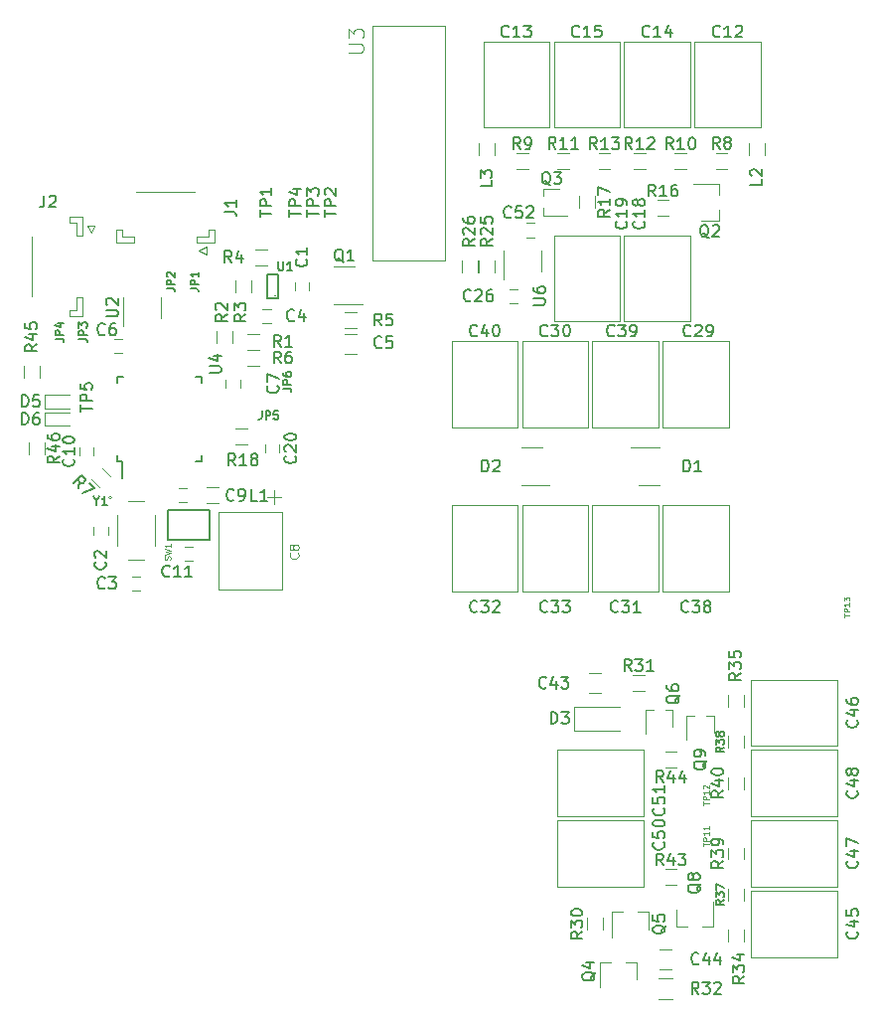
<source format=gto>
G04 #@! TF.GenerationSoftware,KiCad,Pcbnew,(2017-12-21 revision 7586afd53)-makepkg*
G04 #@! TF.CreationDate,2018-10-14T14:18:47-07:00*
G04 #@! TF.ProjectId,fsorx,66736F72782E6B696361645F70636200,rev?*
G04 #@! TF.SameCoordinates,Original*
G04 #@! TF.FileFunction,Legend,Top*
G04 #@! TF.FilePolarity,Positive*
%FSLAX46Y46*%
G04 Gerber Fmt 4.6, Leading zero omitted, Abs format (unit mm)*
G04 Created by KiCad (PCBNEW (2017-12-21 revision 7586afd53)-makepkg) date 10/14/18 14:18:47*
%MOMM*%
%LPD*%
G01*
G04 APERTURE LIST*
%ADD10C,0.120000*%
%ADD11C,0.100000*%
%ADD12C,0.150000*%
%ADD13C,0.200000*%
%ADD14C,0.125000*%
%ADD15C,0.190500*%
%ADD16C,0.160000*%
G04 APERTURE END LIST*
D10*
X92936467Y-73068265D02*
X92936467Y-72368265D01*
X94136467Y-72368265D02*
X94136467Y-73068265D01*
X132622802Y-51858363D02*
X132622802Y-59178363D01*
X127002802Y-51858363D02*
X127002802Y-59178363D01*
X132622802Y-51858363D02*
X127002802Y-51858363D01*
X132622802Y-59178363D02*
X127002802Y-59178363D01*
X77000000Y-93150000D02*
X77000000Y-93850000D01*
X75800000Y-93850000D02*
X75800000Y-93150000D01*
X79750000Y-98600000D02*
X79050000Y-98600000D01*
X79050000Y-97400000D02*
X79750000Y-97400000D01*
X90886467Y-75818265D02*
X90186467Y-75818265D01*
X90186467Y-74618265D02*
X90886467Y-74618265D01*
X78250000Y-78350000D02*
X77550000Y-78350000D01*
X77550000Y-77150000D02*
X78250000Y-77150000D01*
X87050000Y-81350000D02*
X87050000Y-80650000D01*
X88250000Y-80650000D02*
X88250000Y-81350000D01*
D11*
X91750000Y-90650000D02*
X90550000Y-90650000D01*
X91150000Y-91250000D02*
X91150000Y-90050000D01*
X86450000Y-91950000D02*
X91850000Y-91950000D01*
X86450000Y-98550000D02*
X86450000Y-91950000D01*
X91850000Y-98550000D02*
X86450000Y-98550000D01*
X91850000Y-91950000D02*
X91850000Y-98550000D01*
D10*
X83050000Y-89900000D02*
X83750000Y-89900000D01*
X83750000Y-91100000D02*
X83050000Y-91100000D01*
X74550000Y-87100000D02*
X74550000Y-86400000D01*
X75750000Y-86400000D02*
X75750000Y-87100000D01*
X83550000Y-94900000D02*
X84250000Y-94900000D01*
X84250000Y-96100000D02*
X83550000Y-96100000D01*
X91600000Y-86150000D02*
X91600000Y-86850000D01*
X90400000Y-86850000D02*
X90400000Y-86150000D01*
X109002802Y-51858363D02*
X114622802Y-51858363D01*
X109002802Y-59178363D02*
X114622802Y-59178363D01*
X114622802Y-59178363D02*
X114622802Y-51858363D01*
X109002802Y-59178363D02*
X109002802Y-51858363D01*
X126622802Y-51858363D02*
X126622802Y-59178363D01*
X121002802Y-51858363D02*
X121002802Y-59178363D01*
X126622802Y-51858363D02*
X121002802Y-51858363D01*
X126622802Y-59178363D02*
X121002802Y-59178363D01*
X115002802Y-51858363D02*
X120622802Y-51858363D01*
X115002802Y-59178363D02*
X120622802Y-59178363D01*
X120622802Y-59178363D02*
X120622802Y-51858363D01*
X115002802Y-59178363D02*
X115002802Y-51858363D01*
X121002802Y-68358363D02*
X126622802Y-68358363D01*
X121002802Y-75678363D02*
X126622802Y-75678363D01*
X126622802Y-75678363D02*
X126622802Y-68358363D01*
X121002802Y-75678363D02*
X121002802Y-68358363D01*
X120622802Y-68358363D02*
X120622802Y-75678363D01*
X115002802Y-68358363D02*
X115002802Y-75678363D01*
X120622802Y-68358363D02*
X115002802Y-68358363D01*
X120622802Y-75678363D02*
X115002802Y-75678363D01*
X111912802Y-74118363D02*
X111212802Y-74118363D01*
X111212802Y-72918363D02*
X111912802Y-72918363D01*
X124302802Y-84678363D02*
X124302802Y-77358363D01*
X129922802Y-84678363D02*
X129922802Y-77358363D01*
X124302802Y-84678363D02*
X129922802Y-84678363D01*
X124302802Y-77358363D02*
X129922802Y-77358363D01*
X112302802Y-84678363D02*
X112302802Y-77358363D01*
X117922802Y-84678363D02*
X117922802Y-77358363D01*
X112302802Y-84678363D02*
X117922802Y-84678363D01*
X112302802Y-77358363D02*
X117922802Y-77358363D01*
X123922802Y-98678363D02*
X118302802Y-98678363D01*
X123922802Y-91358363D02*
X118302802Y-91358363D01*
X118302802Y-91358363D02*
X118302802Y-98678363D01*
X123922802Y-91358363D02*
X123922802Y-98678363D01*
X111922802Y-91358363D02*
X111922802Y-98678363D01*
X106302802Y-91358363D02*
X106302802Y-98678363D01*
X111922802Y-91358363D02*
X106302802Y-91358363D01*
X111922802Y-98678363D02*
X106302802Y-98678363D01*
X112302802Y-98678363D02*
X112302802Y-91358363D01*
X117922802Y-98678363D02*
X117922802Y-91358363D01*
X112302802Y-98678363D02*
X117922802Y-98678363D01*
X112302802Y-91358363D02*
X117922802Y-91358363D01*
X124302802Y-91358363D02*
X129922802Y-91358363D01*
X124302802Y-98678363D02*
X129922802Y-98678363D01*
X129922802Y-98678363D02*
X129922802Y-91358363D01*
X124302802Y-98678363D02*
X124302802Y-91358363D01*
X123922802Y-77358363D02*
X123922802Y-84678363D01*
X118302802Y-77358363D02*
X118302802Y-84678363D01*
X123922802Y-77358363D02*
X118302802Y-77358363D01*
X123922802Y-84678363D02*
X118302802Y-84678363D01*
X111922802Y-84678363D02*
X106302802Y-84678363D01*
X111922802Y-77358363D02*
X106302802Y-77358363D01*
X106302802Y-77358363D02*
X106302802Y-84678363D01*
X111922802Y-77358363D02*
X111922802Y-84678363D01*
X118000000Y-107350000D02*
X119000000Y-107350000D01*
X119000000Y-105650000D02*
X118000000Y-105650000D01*
X124000000Y-130850000D02*
X125000000Y-130850000D01*
X125000000Y-129150000D02*
X124000000Y-129150000D01*
X131840000Y-129810000D02*
X131840000Y-124190000D01*
X139160000Y-129810000D02*
X139160000Y-124190000D01*
X139160000Y-124190000D02*
X131840000Y-124190000D01*
X139160000Y-129810000D02*
X131840000Y-129810000D01*
X131840000Y-106190000D02*
X139160000Y-106190000D01*
X131840000Y-111810000D02*
X139160000Y-111810000D01*
X131840000Y-106190000D02*
X131840000Y-111810000D01*
X139160000Y-106190000D02*
X139160000Y-111810000D01*
X139160000Y-123810000D02*
X131840000Y-123810000D01*
X139160000Y-118190000D02*
X131840000Y-118190000D01*
X139160000Y-123810000D02*
X139160000Y-118190000D01*
X131840000Y-123810000D02*
X131840000Y-118190000D01*
X139160000Y-112190000D02*
X139160000Y-117810000D01*
X131840000Y-112190000D02*
X131840000Y-117810000D01*
X131840000Y-117810000D02*
X139160000Y-117810000D01*
X131840000Y-112190000D02*
X139160000Y-112190000D01*
X122660000Y-118190000D02*
X122660000Y-123810000D01*
X115340000Y-118190000D02*
X115340000Y-123810000D01*
X115340000Y-123810000D02*
X122660000Y-123810000D01*
X115340000Y-118190000D02*
X122660000Y-118190000D01*
X115340000Y-117810000D02*
X115340000Y-112190000D01*
X122660000Y-117810000D02*
X122660000Y-112190000D01*
X122660000Y-112190000D02*
X115340000Y-112190000D01*
X122660000Y-117810000D02*
X115340000Y-117810000D01*
X122212802Y-89628363D02*
X124012802Y-89628363D01*
X124012802Y-86408363D02*
X121562802Y-86408363D01*
X112212802Y-89628363D02*
X114662802Y-89628363D01*
X114012802Y-86408363D02*
X112212802Y-86408363D01*
X116750000Y-108500000D02*
X120650000Y-108500000D01*
X116750000Y-110500000D02*
X120650000Y-110500000D01*
X116750000Y-108500000D02*
X116750000Y-110500000D01*
X84400000Y-64650000D02*
X79400000Y-64650000D01*
X86100000Y-67850000D02*
X86100000Y-68950000D01*
X86100000Y-68950000D02*
X84550000Y-68950000D01*
X84550000Y-68950000D02*
X84550000Y-68450000D01*
X84550000Y-68450000D02*
X85600000Y-68450000D01*
X85600000Y-68450000D02*
X85600000Y-67850000D01*
X85600000Y-67850000D02*
X86100000Y-67850000D01*
X77700000Y-67850000D02*
X77700000Y-68950000D01*
X77700000Y-68950000D02*
X79250000Y-68950000D01*
X79250000Y-68950000D02*
X79250000Y-68450000D01*
X79250000Y-68450000D02*
X78200000Y-68450000D01*
X78200000Y-68450000D02*
X78200000Y-67850000D01*
X78200000Y-67850000D02*
X77700000Y-67850000D01*
X84775000Y-69650000D02*
X85375000Y-69950000D01*
X85375000Y-69950000D02*
X85375000Y-69350000D01*
X85375000Y-69350000D02*
X84775000Y-69650000D01*
X75250000Y-67525000D02*
X75550000Y-68125000D01*
X75850000Y-67525000D02*
X75250000Y-67525000D01*
X75550000Y-68125000D02*
X75850000Y-67525000D01*
X73750000Y-74700000D02*
X73750000Y-75200000D01*
X74350000Y-74700000D02*
X73750000Y-74700000D01*
X74350000Y-73650000D02*
X74350000Y-74700000D01*
X74850000Y-73650000D02*
X74350000Y-73650000D01*
X74850000Y-75200000D02*
X74850000Y-73650000D01*
X73750000Y-75200000D02*
X74850000Y-75200000D01*
X73750000Y-67300000D02*
X73750000Y-66800000D01*
X74350000Y-67300000D02*
X73750000Y-67300000D01*
X74350000Y-68350000D02*
X74350000Y-67300000D01*
X74850000Y-68350000D02*
X74350000Y-68350000D01*
X74850000Y-66800000D02*
X74850000Y-68350000D01*
X73750000Y-66800000D02*
X74850000Y-66800000D01*
X70550000Y-68500000D02*
X70550000Y-73500000D01*
X86400000Y-91180000D02*
X85400000Y-91180000D01*
X85400000Y-89820000D02*
X86400000Y-89820000D01*
X132992802Y-60518363D02*
X132992802Y-61518363D01*
X131632802Y-61518363D02*
X131632802Y-60518363D01*
X108632802Y-61518363D02*
X108632802Y-60518363D01*
X109992802Y-60518363D02*
X109992802Y-61518363D01*
X98064306Y-70969909D02*
X96264306Y-70969909D01*
X96264306Y-74189909D02*
X98714306Y-74189909D01*
X129072802Y-67098363D02*
X127612802Y-67098363D01*
X129072802Y-63938363D02*
X126912802Y-63938363D01*
X129072802Y-63938363D02*
X129072802Y-64868363D01*
X129072802Y-67098363D02*
X129072802Y-66168363D01*
X115492802Y-64358363D02*
X114082802Y-64358363D01*
X114082802Y-66678363D02*
X116112802Y-66678363D01*
X114082802Y-66678363D02*
X114082802Y-66018363D01*
X114082802Y-65018363D02*
X114082802Y-64358363D01*
X122080000Y-130240000D02*
X122080000Y-131700000D01*
X118920000Y-130240000D02*
X118920000Y-132400000D01*
X118920000Y-130240000D02*
X119850000Y-130240000D01*
X122080000Y-130240000D02*
X121150000Y-130240000D01*
X123080000Y-125990000D02*
X122150000Y-125990000D01*
X119920000Y-125990000D02*
X120850000Y-125990000D01*
X119920000Y-125990000D02*
X119920000Y-128150000D01*
X123080000Y-125990000D02*
X123080000Y-127450000D01*
X124500000Y-108770000D02*
X125160000Y-108770000D01*
X122840000Y-108770000D02*
X123500000Y-108770000D01*
X122840000Y-108770000D02*
X122840000Y-110800000D01*
X125160000Y-110180000D02*
X125160000Y-108770000D01*
X125420000Y-127260000D02*
X125420000Y-125800000D01*
X128580000Y-127260000D02*
X128580000Y-125100000D01*
X128580000Y-127260000D02*
X127650000Y-127260000D01*
X125420000Y-127260000D02*
X126350000Y-127260000D01*
X128660000Y-110680000D02*
X128660000Y-109270000D01*
X126340000Y-109270000D02*
X126340000Y-111300000D01*
X126340000Y-109270000D02*
X127000000Y-109270000D01*
X128000000Y-109270000D02*
X128660000Y-109270000D01*
X89900000Y-78080000D02*
X88900000Y-78080000D01*
X88900000Y-76720000D02*
X89900000Y-76720000D01*
X87580000Y-76500000D02*
X87580000Y-77500000D01*
X86220000Y-77500000D02*
X86220000Y-76500000D01*
X87856467Y-73218265D02*
X87856467Y-72218265D01*
X89216467Y-72218265D02*
X89216467Y-73218265D01*
X90536467Y-70898265D02*
X89536467Y-70898265D01*
X89536467Y-69538265D02*
X90536467Y-69538265D01*
X76272721Y-89834386D02*
X75565614Y-89127279D01*
X76527279Y-88165614D02*
X77234386Y-88872721D01*
X97164306Y-74899909D02*
X98164306Y-74899909D01*
X98164306Y-76259909D02*
X97164306Y-76259909D01*
X88900000Y-78120000D02*
X89900000Y-78120000D01*
X89900000Y-79480000D02*
X88900000Y-79480000D01*
X88900000Y-86180000D02*
X87900000Y-86180000D01*
X87900000Y-84820000D02*
X88900000Y-84820000D01*
X129812802Y-62698363D02*
X128812802Y-62698363D01*
X128812802Y-61338363D02*
X129812802Y-61338363D01*
X112812802Y-62698363D02*
X111812802Y-62698363D01*
X111812802Y-61338363D02*
X112812802Y-61338363D01*
X126312802Y-62698363D02*
X125312802Y-62698363D01*
X125312802Y-61338363D02*
X126312802Y-61338363D01*
X116312802Y-62698363D02*
X115312802Y-62698363D01*
X115312802Y-61338363D02*
X116312802Y-61338363D01*
X122812802Y-62698363D02*
X121812802Y-62698363D01*
X121812802Y-61338363D02*
X122812802Y-61338363D01*
X123812802Y-65338363D02*
X124812802Y-65338363D01*
X124812802Y-66698363D02*
X123812802Y-66698363D01*
X117132802Y-66018363D02*
X117132802Y-65018363D01*
X118492802Y-65018363D02*
X118492802Y-66018363D01*
X108632802Y-71518363D02*
X108632802Y-70518363D01*
X109992802Y-70518363D02*
X109992802Y-71518363D01*
X108492802Y-70518363D02*
X108492802Y-71518363D01*
X107132802Y-71518363D02*
X107132802Y-70518363D01*
X119180000Y-126500000D02*
X119180000Y-127500000D01*
X117820000Y-127500000D02*
X117820000Y-126500000D01*
X121750000Y-105820000D02*
X122750000Y-105820000D01*
X122750000Y-107180000D02*
X121750000Y-107180000D01*
X123900000Y-131620000D02*
X125100000Y-131620000D01*
X125100000Y-133380000D02*
X123900000Y-133380000D01*
X129820000Y-128500000D02*
X129820000Y-127500000D01*
X131180000Y-127500000D02*
X131180000Y-128500000D01*
X129820000Y-108500000D02*
X129820000Y-107500000D01*
X131180000Y-107500000D02*
X131180000Y-108500000D01*
X131180000Y-124000000D02*
X131180000Y-125000000D01*
X129820000Y-125000000D02*
X129820000Y-124000000D01*
X131180000Y-111000000D02*
X131180000Y-112000000D01*
X129820000Y-112000000D02*
X129820000Y-111000000D01*
X129820000Y-121500000D02*
X129820000Y-120500000D01*
X131180000Y-120500000D02*
X131180000Y-121500000D01*
X131180000Y-114500000D02*
X131180000Y-115500000D01*
X129820000Y-115500000D02*
X129820000Y-114500000D01*
X124500000Y-122320000D02*
X125500000Y-122320000D01*
X125500000Y-123680000D02*
X124500000Y-123680000D01*
X125500000Y-113680000D02*
X124500000Y-113680000D01*
X124500000Y-112320000D02*
X125500000Y-112320000D01*
D12*
X85650000Y-94250000D02*
X82150000Y-94250000D01*
X82150000Y-94250000D02*
X82150000Y-91750000D01*
X82150000Y-91750000D02*
X85650000Y-91750000D01*
X85650000Y-91750000D02*
X85650000Y-94250000D01*
X90536467Y-73718265D02*
X90536467Y-71718265D01*
X90536467Y-71718265D02*
X91536467Y-71718265D01*
X91536467Y-71718265D02*
X91536467Y-73718265D01*
X91536467Y-73718265D02*
X90536467Y-73718265D01*
D13*
X91286467Y-73468265D02*
X91286467Y-73468265D01*
D10*
X78290000Y-73600000D02*
X78290000Y-76050000D01*
X81510000Y-75400000D02*
X81510000Y-73600000D01*
D12*
X78225000Y-87625000D02*
X78225000Y-89000000D01*
X77775000Y-80375000D02*
X77775000Y-80900000D01*
X85025000Y-80375000D02*
X85025000Y-80900000D01*
X85025000Y-87625000D02*
X85025000Y-87100000D01*
X77775000Y-87625000D02*
X77775000Y-87100000D01*
X85025000Y-87625000D02*
X84500000Y-87625000D01*
X85025000Y-80375000D02*
X84500000Y-80375000D01*
X77775000Y-80375000D02*
X78300000Y-80375000D01*
X77775000Y-87625000D02*
X78225000Y-87625000D01*
D11*
X99550000Y-70500000D02*
X105700000Y-70500000D01*
X105700000Y-70500000D02*
X105700000Y-50500000D01*
X105700000Y-50500000D02*
X99550000Y-50500000D01*
X99550000Y-50500000D02*
X99550000Y-70500000D01*
D10*
X110702802Y-69618363D02*
X110702802Y-72068363D01*
X113922802Y-71418363D02*
X113922802Y-69618363D01*
D11*
X81000000Y-92200000D02*
X81000000Y-94800000D01*
X80100000Y-96000000D02*
X78700000Y-96000000D01*
X77800000Y-94800000D02*
X77800000Y-92200000D01*
X78700000Y-91000000D02*
X80100000Y-91000000D01*
X77341421Y-90700000D02*
G75*
G03X77341421Y-90700000I-141421J0D01*
G01*
D10*
X118812802Y-61338363D02*
X119812802Y-61338363D01*
X119812802Y-62698363D02*
X118812802Y-62698363D01*
X98164306Y-76729909D02*
X97164306Y-76729909D01*
X97164306Y-78429909D02*
X98164306Y-78429909D01*
X71600000Y-81930000D02*
X73700000Y-81930000D01*
X71600000Y-83070000D02*
X73700000Y-83070000D01*
X71600000Y-81930000D02*
X71600000Y-83070000D01*
X71600000Y-83430000D02*
X71600000Y-84570000D01*
X71600000Y-84570000D02*
X73700000Y-84570000D01*
X71600000Y-83430000D02*
X73700000Y-83430000D01*
X69820000Y-80500000D02*
X69820000Y-79500000D01*
X71180000Y-79500000D02*
X71180000Y-80500000D01*
X70220000Y-87000000D02*
X70220000Y-86000000D01*
X71580000Y-86000000D02*
X71580000Y-87000000D01*
X112662802Y-67318363D02*
X113362802Y-67318363D01*
X113362802Y-68518363D02*
X112662802Y-68518363D01*
D12*
X93893609Y-70384931D02*
X93941228Y-70432550D01*
X93988847Y-70575407D01*
X93988847Y-70670645D01*
X93941228Y-70813503D01*
X93845990Y-70908741D01*
X93750752Y-70956360D01*
X93560276Y-71003979D01*
X93417419Y-71003979D01*
X93226943Y-70956360D01*
X93131705Y-70908741D01*
X93036467Y-70813503D01*
X92988847Y-70670645D01*
X92988847Y-70575407D01*
X93036467Y-70432550D01*
X93084086Y-70384931D01*
X93988847Y-69432550D02*
X93988847Y-70003979D01*
X93988847Y-69718265D02*
X92988847Y-69718265D01*
X93131705Y-69813503D01*
X93226943Y-69908741D01*
X93274562Y-70003979D01*
X129169944Y-51375505D02*
X129122325Y-51423124D01*
X128979468Y-51470743D01*
X128884230Y-51470743D01*
X128741373Y-51423124D01*
X128646135Y-51327886D01*
X128598516Y-51232648D01*
X128550897Y-51042172D01*
X128550897Y-50899315D01*
X128598516Y-50708839D01*
X128646135Y-50613601D01*
X128741373Y-50518363D01*
X128884230Y-50470743D01*
X128979468Y-50470743D01*
X129122325Y-50518363D01*
X129169944Y-50565982D01*
X130122325Y-51470743D02*
X129550897Y-51470743D01*
X129836611Y-51470743D02*
X129836611Y-50470743D01*
X129741373Y-50613601D01*
X129646135Y-50708839D01*
X129550897Y-50756458D01*
X130503278Y-50565982D02*
X130550897Y-50518363D01*
X130646135Y-50470743D01*
X130884230Y-50470743D01*
X130979468Y-50518363D01*
X131027087Y-50565982D01*
X131074706Y-50661220D01*
X131074706Y-50756458D01*
X131027087Y-50899315D01*
X130455659Y-51470743D01*
X131074706Y-51470743D01*
X76757142Y-96166666D02*
X76804761Y-96214285D01*
X76852380Y-96357142D01*
X76852380Y-96452380D01*
X76804761Y-96595238D01*
X76709523Y-96690476D01*
X76614285Y-96738095D01*
X76423809Y-96785714D01*
X76280952Y-96785714D01*
X76090476Y-96738095D01*
X75995238Y-96690476D01*
X75900000Y-96595238D01*
X75852380Y-96452380D01*
X75852380Y-96357142D01*
X75900000Y-96214285D01*
X75947619Y-96166666D01*
X75947619Y-95785714D02*
X75900000Y-95738095D01*
X75852380Y-95642857D01*
X75852380Y-95404761D01*
X75900000Y-95309523D01*
X75947619Y-95261904D01*
X76042857Y-95214285D01*
X76138095Y-95214285D01*
X76280952Y-95261904D01*
X76852380Y-95833333D01*
X76852380Y-95214285D01*
X76733333Y-98357142D02*
X76685714Y-98404761D01*
X76542857Y-98452380D01*
X76447619Y-98452380D01*
X76304761Y-98404761D01*
X76209523Y-98309523D01*
X76161904Y-98214285D01*
X76114285Y-98023809D01*
X76114285Y-97880952D01*
X76161904Y-97690476D01*
X76209523Y-97595238D01*
X76304761Y-97500000D01*
X76447619Y-97452380D01*
X76542857Y-97452380D01*
X76685714Y-97500000D01*
X76733333Y-97547619D01*
X77066666Y-97452380D02*
X77685714Y-97452380D01*
X77352380Y-97833333D01*
X77495238Y-97833333D01*
X77590476Y-97880952D01*
X77638095Y-97928571D01*
X77685714Y-98023809D01*
X77685714Y-98261904D01*
X77638095Y-98357142D01*
X77590476Y-98404761D01*
X77495238Y-98452380D01*
X77209523Y-98452380D01*
X77114285Y-98404761D01*
X77066666Y-98357142D01*
X92869800Y-75575407D02*
X92822181Y-75623026D01*
X92679324Y-75670645D01*
X92584086Y-75670645D01*
X92441228Y-75623026D01*
X92345990Y-75527788D01*
X92298371Y-75432550D01*
X92250752Y-75242074D01*
X92250752Y-75099217D01*
X92298371Y-74908741D01*
X92345990Y-74813503D01*
X92441228Y-74718265D01*
X92584086Y-74670645D01*
X92679324Y-74670645D01*
X92822181Y-74718265D01*
X92869800Y-74765884D01*
X93726943Y-75003979D02*
X93726943Y-75670645D01*
X93488847Y-74623026D02*
X93250752Y-75337312D01*
X93869800Y-75337312D01*
X76733333Y-76757142D02*
X76685714Y-76804761D01*
X76542857Y-76852380D01*
X76447619Y-76852380D01*
X76304761Y-76804761D01*
X76209523Y-76709523D01*
X76161904Y-76614285D01*
X76114285Y-76423809D01*
X76114285Y-76280952D01*
X76161904Y-76090476D01*
X76209523Y-75995238D01*
X76304761Y-75900000D01*
X76447619Y-75852380D01*
X76542857Y-75852380D01*
X76685714Y-75900000D01*
X76733333Y-75947619D01*
X77590476Y-75852380D02*
X77400000Y-75852380D01*
X77304761Y-75900000D01*
X77257142Y-75947619D01*
X77161904Y-76090476D01*
X77114285Y-76280952D01*
X77114285Y-76661904D01*
X77161904Y-76757142D01*
X77209523Y-76804761D01*
X77304761Y-76852380D01*
X77495238Y-76852380D01*
X77590476Y-76804761D01*
X77638095Y-76757142D01*
X77685714Y-76661904D01*
X77685714Y-76423809D01*
X77638095Y-76328571D01*
X77590476Y-76280952D01*
X77495238Y-76233333D01*
X77304761Y-76233333D01*
X77209523Y-76280952D01*
X77161904Y-76328571D01*
X77114285Y-76423809D01*
X91457142Y-81166666D02*
X91504761Y-81214285D01*
X91552380Y-81357142D01*
X91552380Y-81452380D01*
X91504761Y-81595238D01*
X91409523Y-81690476D01*
X91314285Y-81738095D01*
X91123809Y-81785714D01*
X90980952Y-81785714D01*
X90790476Y-81738095D01*
X90695238Y-81690476D01*
X90600000Y-81595238D01*
X90552380Y-81452380D01*
X90552380Y-81357142D01*
X90600000Y-81214285D01*
X90647619Y-81166666D01*
X90552380Y-80833333D02*
X90552380Y-80166666D01*
X91552380Y-80595238D01*
D11*
X93172142Y-95427000D02*
X93208428Y-95463285D01*
X93244714Y-95572142D01*
X93244714Y-95644714D01*
X93208428Y-95753571D01*
X93135857Y-95826142D01*
X93063285Y-95862428D01*
X92918142Y-95898714D01*
X92809285Y-95898714D01*
X92664142Y-95862428D01*
X92591571Y-95826142D01*
X92519000Y-95753571D01*
X92482714Y-95644714D01*
X92482714Y-95572142D01*
X92519000Y-95463285D01*
X92555285Y-95427000D01*
X92809285Y-94991571D02*
X92773000Y-95064142D01*
X92736714Y-95100428D01*
X92664142Y-95136714D01*
X92627857Y-95136714D01*
X92555285Y-95100428D01*
X92519000Y-95064142D01*
X92482714Y-94991571D01*
X92482714Y-94846428D01*
X92519000Y-94773857D01*
X92555285Y-94737571D01*
X92627857Y-94701285D01*
X92664142Y-94701285D01*
X92736714Y-94737571D01*
X92773000Y-94773857D01*
X92809285Y-94846428D01*
X92809285Y-94991571D01*
X92845571Y-95064142D01*
X92881857Y-95100428D01*
X92954428Y-95136714D01*
X93099571Y-95136714D01*
X93172142Y-95100428D01*
X93208428Y-95064142D01*
X93244714Y-94991571D01*
X93244714Y-94846428D01*
X93208428Y-94773857D01*
X93172142Y-94737571D01*
X93099571Y-94701285D01*
X92954428Y-94701285D01*
X92881857Y-94737571D01*
X92845571Y-94773857D01*
X92809285Y-94846428D01*
D12*
X87733333Y-90857142D02*
X87685714Y-90904761D01*
X87542857Y-90952380D01*
X87447619Y-90952380D01*
X87304761Y-90904761D01*
X87209523Y-90809523D01*
X87161904Y-90714285D01*
X87114285Y-90523809D01*
X87114285Y-90380952D01*
X87161904Y-90190476D01*
X87209523Y-90095238D01*
X87304761Y-90000000D01*
X87447619Y-89952380D01*
X87542857Y-89952380D01*
X87685714Y-90000000D01*
X87733333Y-90047619D01*
X88209523Y-90952380D02*
X88400000Y-90952380D01*
X88495238Y-90904761D01*
X88542857Y-90857142D01*
X88638095Y-90714285D01*
X88685714Y-90523809D01*
X88685714Y-90142857D01*
X88638095Y-90047619D01*
X88590476Y-90000000D01*
X88495238Y-89952380D01*
X88304761Y-89952380D01*
X88209523Y-90000000D01*
X88161904Y-90047619D01*
X88114285Y-90142857D01*
X88114285Y-90380952D01*
X88161904Y-90476190D01*
X88209523Y-90523809D01*
X88304761Y-90571428D01*
X88495238Y-90571428D01*
X88590476Y-90523809D01*
X88638095Y-90476190D01*
X88685714Y-90380952D01*
X74057142Y-87392857D02*
X74104761Y-87440476D01*
X74152380Y-87583333D01*
X74152380Y-87678571D01*
X74104761Y-87821428D01*
X74009523Y-87916666D01*
X73914285Y-87964285D01*
X73723809Y-88011904D01*
X73580952Y-88011904D01*
X73390476Y-87964285D01*
X73295238Y-87916666D01*
X73200000Y-87821428D01*
X73152380Y-87678571D01*
X73152380Y-87583333D01*
X73200000Y-87440476D01*
X73247619Y-87392857D01*
X74152380Y-86440476D02*
X74152380Y-87011904D01*
X74152380Y-86726190D02*
X73152380Y-86726190D01*
X73295238Y-86821428D01*
X73390476Y-86916666D01*
X73438095Y-87011904D01*
X73152380Y-85821428D02*
X73152380Y-85726190D01*
X73200000Y-85630952D01*
X73247619Y-85583333D01*
X73342857Y-85535714D01*
X73533333Y-85488095D01*
X73771428Y-85488095D01*
X73961904Y-85535714D01*
X74057142Y-85583333D01*
X74104761Y-85630952D01*
X74152380Y-85726190D01*
X74152380Y-85821428D01*
X74104761Y-85916666D01*
X74057142Y-85964285D01*
X73961904Y-86011904D01*
X73771428Y-86059523D01*
X73533333Y-86059523D01*
X73342857Y-86011904D01*
X73247619Y-85964285D01*
X73200000Y-85916666D01*
X73152380Y-85821428D01*
X82257142Y-97357142D02*
X82209523Y-97404761D01*
X82066666Y-97452380D01*
X81971428Y-97452380D01*
X81828571Y-97404761D01*
X81733333Y-97309523D01*
X81685714Y-97214285D01*
X81638095Y-97023809D01*
X81638095Y-96880952D01*
X81685714Y-96690476D01*
X81733333Y-96595238D01*
X81828571Y-96500000D01*
X81971428Y-96452380D01*
X82066666Y-96452380D01*
X82209523Y-96500000D01*
X82257142Y-96547619D01*
X83209523Y-97452380D02*
X82638095Y-97452380D01*
X82923809Y-97452380D02*
X82923809Y-96452380D01*
X82828571Y-96595238D01*
X82733333Y-96690476D01*
X82638095Y-96738095D01*
X84161904Y-97452380D02*
X83590476Y-97452380D01*
X83876190Y-97452380D02*
X83876190Y-96452380D01*
X83780952Y-96595238D01*
X83685714Y-96690476D01*
X83590476Y-96738095D01*
X92957142Y-87142857D02*
X93004761Y-87190476D01*
X93052380Y-87333333D01*
X93052380Y-87428571D01*
X93004761Y-87571428D01*
X92909523Y-87666666D01*
X92814285Y-87714285D01*
X92623809Y-87761904D01*
X92480952Y-87761904D01*
X92290476Y-87714285D01*
X92195238Y-87666666D01*
X92100000Y-87571428D01*
X92052380Y-87428571D01*
X92052380Y-87333333D01*
X92100000Y-87190476D01*
X92147619Y-87142857D01*
X92147619Y-86761904D02*
X92100000Y-86714285D01*
X92052380Y-86619047D01*
X92052380Y-86380952D01*
X92100000Y-86285714D01*
X92147619Y-86238095D01*
X92242857Y-86190476D01*
X92338095Y-86190476D01*
X92480952Y-86238095D01*
X93052380Y-86809523D01*
X93052380Y-86190476D01*
X92052380Y-85571428D02*
X92052380Y-85476190D01*
X92100000Y-85380952D01*
X92147619Y-85333333D01*
X92242857Y-85285714D01*
X92433333Y-85238095D01*
X92671428Y-85238095D01*
X92861904Y-85285714D01*
X92957142Y-85333333D01*
X93004761Y-85380952D01*
X93052380Y-85476190D01*
X93052380Y-85571428D01*
X93004761Y-85666666D01*
X92957142Y-85714285D01*
X92861904Y-85761904D01*
X92671428Y-85809523D01*
X92433333Y-85809523D01*
X92242857Y-85761904D01*
X92147619Y-85714285D01*
X92100000Y-85666666D01*
X92052380Y-85571428D01*
X111169944Y-51375505D02*
X111122325Y-51423124D01*
X110979468Y-51470743D01*
X110884230Y-51470743D01*
X110741373Y-51423124D01*
X110646135Y-51327886D01*
X110598516Y-51232648D01*
X110550897Y-51042172D01*
X110550897Y-50899315D01*
X110598516Y-50708839D01*
X110646135Y-50613601D01*
X110741373Y-50518363D01*
X110884230Y-50470743D01*
X110979468Y-50470743D01*
X111122325Y-50518363D01*
X111169944Y-50565982D01*
X112122325Y-51470743D02*
X111550897Y-51470743D01*
X111836611Y-51470743D02*
X111836611Y-50470743D01*
X111741373Y-50613601D01*
X111646135Y-50708839D01*
X111550897Y-50756458D01*
X112455659Y-50470743D02*
X113074706Y-50470743D01*
X112741373Y-50851696D01*
X112884230Y-50851696D01*
X112979468Y-50899315D01*
X113027087Y-50946934D01*
X113074706Y-51042172D01*
X113074706Y-51280267D01*
X113027087Y-51375505D01*
X112979468Y-51423124D01*
X112884230Y-51470743D01*
X112598516Y-51470743D01*
X112503278Y-51423124D01*
X112455659Y-51375505D01*
X123169944Y-51375505D02*
X123122325Y-51423124D01*
X122979468Y-51470743D01*
X122884230Y-51470743D01*
X122741373Y-51423124D01*
X122646135Y-51327886D01*
X122598516Y-51232648D01*
X122550897Y-51042172D01*
X122550897Y-50899315D01*
X122598516Y-50708839D01*
X122646135Y-50613601D01*
X122741373Y-50518363D01*
X122884230Y-50470743D01*
X122979468Y-50470743D01*
X123122325Y-50518363D01*
X123169944Y-50565982D01*
X124122325Y-51470743D02*
X123550897Y-51470743D01*
X123836611Y-51470743D02*
X123836611Y-50470743D01*
X123741373Y-50613601D01*
X123646135Y-50708839D01*
X123550897Y-50756458D01*
X124979468Y-50804077D02*
X124979468Y-51470743D01*
X124741373Y-50423124D02*
X124503278Y-51137410D01*
X125122325Y-51137410D01*
X117169944Y-51375505D02*
X117122325Y-51423124D01*
X116979468Y-51470743D01*
X116884230Y-51470743D01*
X116741373Y-51423124D01*
X116646135Y-51327886D01*
X116598516Y-51232648D01*
X116550897Y-51042172D01*
X116550897Y-50899315D01*
X116598516Y-50708839D01*
X116646135Y-50613601D01*
X116741373Y-50518363D01*
X116884230Y-50470743D01*
X116979468Y-50470743D01*
X117122325Y-50518363D01*
X117169944Y-50565982D01*
X118122325Y-51470743D02*
X117550897Y-51470743D01*
X117836611Y-51470743D02*
X117836611Y-50470743D01*
X117741373Y-50613601D01*
X117646135Y-50708839D01*
X117550897Y-50756458D01*
X119027087Y-50470743D02*
X118550897Y-50470743D01*
X118503278Y-50946934D01*
X118550897Y-50899315D01*
X118646135Y-50851696D01*
X118884230Y-50851696D01*
X118979468Y-50899315D01*
X119027087Y-50946934D01*
X119074706Y-51042172D01*
X119074706Y-51280267D01*
X119027087Y-51375505D01*
X118979468Y-51423124D01*
X118884230Y-51470743D01*
X118646135Y-51470743D01*
X118550897Y-51423124D01*
X118503278Y-51375505D01*
X122669944Y-67161220D02*
X122717563Y-67208839D01*
X122765182Y-67351696D01*
X122765182Y-67446934D01*
X122717563Y-67589791D01*
X122622325Y-67685029D01*
X122527087Y-67732648D01*
X122336611Y-67780267D01*
X122193754Y-67780267D01*
X122003278Y-67732648D01*
X121908040Y-67685029D01*
X121812802Y-67589791D01*
X121765182Y-67446934D01*
X121765182Y-67351696D01*
X121812802Y-67208839D01*
X121860421Y-67161220D01*
X122765182Y-66208839D02*
X122765182Y-66780267D01*
X122765182Y-66494553D02*
X121765182Y-66494553D01*
X121908040Y-66589791D01*
X122003278Y-66685029D01*
X122050897Y-66780267D01*
X122193754Y-65637410D02*
X122146135Y-65732648D01*
X122098516Y-65780267D01*
X122003278Y-65827886D01*
X121955659Y-65827886D01*
X121860421Y-65780267D01*
X121812802Y-65732648D01*
X121765182Y-65637410D01*
X121765182Y-65446934D01*
X121812802Y-65351696D01*
X121860421Y-65304077D01*
X121955659Y-65256458D01*
X122003278Y-65256458D01*
X122098516Y-65304077D01*
X122146135Y-65351696D01*
X122193754Y-65446934D01*
X122193754Y-65637410D01*
X122241373Y-65732648D01*
X122288992Y-65780267D01*
X122384230Y-65827886D01*
X122574706Y-65827886D01*
X122669944Y-65780267D01*
X122717563Y-65732648D01*
X122765182Y-65637410D01*
X122765182Y-65446934D01*
X122717563Y-65351696D01*
X122669944Y-65304077D01*
X122574706Y-65256458D01*
X122384230Y-65256458D01*
X122288992Y-65304077D01*
X122241373Y-65351696D01*
X122193754Y-65446934D01*
X121169944Y-67161220D02*
X121217563Y-67208839D01*
X121265182Y-67351696D01*
X121265182Y-67446934D01*
X121217563Y-67589791D01*
X121122325Y-67685029D01*
X121027087Y-67732648D01*
X120836611Y-67780267D01*
X120693754Y-67780267D01*
X120503278Y-67732648D01*
X120408040Y-67685029D01*
X120312802Y-67589791D01*
X120265182Y-67446934D01*
X120265182Y-67351696D01*
X120312802Y-67208839D01*
X120360421Y-67161220D01*
X121265182Y-66208839D02*
X121265182Y-66780267D01*
X121265182Y-66494553D02*
X120265182Y-66494553D01*
X120408040Y-66589791D01*
X120503278Y-66685029D01*
X120550897Y-66780267D01*
X121265182Y-65732648D02*
X121265182Y-65542172D01*
X121217563Y-65446934D01*
X121169944Y-65399315D01*
X121027087Y-65304077D01*
X120836611Y-65256458D01*
X120455659Y-65256458D01*
X120360421Y-65304077D01*
X120312802Y-65351696D01*
X120265182Y-65446934D01*
X120265182Y-65637410D01*
X120312802Y-65732648D01*
X120360421Y-65780267D01*
X120455659Y-65827886D01*
X120693754Y-65827886D01*
X120788992Y-65780267D01*
X120836611Y-65732648D01*
X120884230Y-65637410D01*
X120884230Y-65446934D01*
X120836611Y-65351696D01*
X120788992Y-65304077D01*
X120693754Y-65256458D01*
X107919944Y-73875505D02*
X107872325Y-73923124D01*
X107729468Y-73970743D01*
X107634230Y-73970743D01*
X107491373Y-73923124D01*
X107396135Y-73827886D01*
X107348516Y-73732648D01*
X107300897Y-73542172D01*
X107300897Y-73399315D01*
X107348516Y-73208839D01*
X107396135Y-73113601D01*
X107491373Y-73018363D01*
X107634230Y-72970743D01*
X107729468Y-72970743D01*
X107872325Y-73018363D01*
X107919944Y-73065982D01*
X108300897Y-73065982D02*
X108348516Y-73018363D01*
X108443754Y-72970743D01*
X108681849Y-72970743D01*
X108777087Y-73018363D01*
X108824706Y-73065982D01*
X108872325Y-73161220D01*
X108872325Y-73256458D01*
X108824706Y-73399315D01*
X108253278Y-73970743D01*
X108872325Y-73970743D01*
X109729468Y-72970743D02*
X109538992Y-72970743D01*
X109443754Y-73018363D01*
X109396135Y-73065982D01*
X109300897Y-73208839D01*
X109253278Y-73399315D01*
X109253278Y-73780267D01*
X109300897Y-73875505D01*
X109348516Y-73923124D01*
X109443754Y-73970743D01*
X109634230Y-73970743D01*
X109729468Y-73923124D01*
X109777087Y-73875505D01*
X109824706Y-73780267D01*
X109824706Y-73542172D01*
X109777087Y-73446934D01*
X109729468Y-73399315D01*
X109634230Y-73351696D01*
X109443754Y-73351696D01*
X109348516Y-73399315D01*
X109300897Y-73446934D01*
X109253278Y-73542172D01*
X126669944Y-76875505D02*
X126622325Y-76923124D01*
X126479468Y-76970743D01*
X126384230Y-76970743D01*
X126241373Y-76923124D01*
X126146135Y-76827886D01*
X126098516Y-76732648D01*
X126050897Y-76542172D01*
X126050897Y-76399315D01*
X126098516Y-76208839D01*
X126146135Y-76113601D01*
X126241373Y-76018363D01*
X126384230Y-75970743D01*
X126479468Y-75970743D01*
X126622325Y-76018363D01*
X126669944Y-76065982D01*
X127050897Y-76065982D02*
X127098516Y-76018363D01*
X127193754Y-75970743D01*
X127431849Y-75970743D01*
X127527087Y-76018363D01*
X127574706Y-76065982D01*
X127622325Y-76161220D01*
X127622325Y-76256458D01*
X127574706Y-76399315D01*
X127003278Y-76970743D01*
X127622325Y-76970743D01*
X128098516Y-76970743D02*
X128288992Y-76970743D01*
X128384230Y-76923124D01*
X128431849Y-76875505D01*
X128527087Y-76732648D01*
X128574706Y-76542172D01*
X128574706Y-76161220D01*
X128527087Y-76065982D01*
X128479468Y-76018363D01*
X128384230Y-75970743D01*
X128193754Y-75970743D01*
X128098516Y-76018363D01*
X128050897Y-76065982D01*
X128003278Y-76161220D01*
X128003278Y-76399315D01*
X128050897Y-76494553D01*
X128098516Y-76542172D01*
X128193754Y-76589791D01*
X128384230Y-76589791D01*
X128479468Y-76542172D01*
X128527087Y-76494553D01*
X128574706Y-76399315D01*
X114469944Y-76875505D02*
X114422325Y-76923124D01*
X114279468Y-76970743D01*
X114184230Y-76970743D01*
X114041373Y-76923124D01*
X113946135Y-76827886D01*
X113898516Y-76732648D01*
X113850897Y-76542172D01*
X113850897Y-76399315D01*
X113898516Y-76208839D01*
X113946135Y-76113601D01*
X114041373Y-76018363D01*
X114184230Y-75970743D01*
X114279468Y-75970743D01*
X114422325Y-76018363D01*
X114469944Y-76065982D01*
X114803278Y-75970743D02*
X115422325Y-75970743D01*
X115088992Y-76351696D01*
X115231849Y-76351696D01*
X115327087Y-76399315D01*
X115374706Y-76446934D01*
X115422325Y-76542172D01*
X115422325Y-76780267D01*
X115374706Y-76875505D01*
X115327087Y-76923124D01*
X115231849Y-76970743D01*
X114946135Y-76970743D01*
X114850897Y-76923124D01*
X114803278Y-76875505D01*
X116041373Y-75970743D02*
X116136611Y-75970743D01*
X116231849Y-76018363D01*
X116279468Y-76065982D01*
X116327087Y-76161220D01*
X116374706Y-76351696D01*
X116374706Y-76589791D01*
X116327087Y-76780267D01*
X116279468Y-76875505D01*
X116231849Y-76923124D01*
X116136611Y-76970743D01*
X116041373Y-76970743D01*
X115946135Y-76923124D01*
X115898516Y-76875505D01*
X115850897Y-76780267D01*
X115803278Y-76589791D01*
X115803278Y-76351696D01*
X115850897Y-76161220D01*
X115898516Y-76065982D01*
X115946135Y-76018363D01*
X116041373Y-75970743D01*
X120469944Y-100375505D02*
X120422325Y-100423124D01*
X120279468Y-100470743D01*
X120184230Y-100470743D01*
X120041373Y-100423124D01*
X119946135Y-100327886D01*
X119898516Y-100232648D01*
X119850897Y-100042172D01*
X119850897Y-99899315D01*
X119898516Y-99708839D01*
X119946135Y-99613601D01*
X120041373Y-99518363D01*
X120184230Y-99470743D01*
X120279468Y-99470743D01*
X120422325Y-99518363D01*
X120469944Y-99565982D01*
X120803278Y-99470743D02*
X121422325Y-99470743D01*
X121088992Y-99851696D01*
X121231849Y-99851696D01*
X121327087Y-99899315D01*
X121374706Y-99946934D01*
X121422325Y-100042172D01*
X121422325Y-100280267D01*
X121374706Y-100375505D01*
X121327087Y-100423124D01*
X121231849Y-100470743D01*
X120946135Y-100470743D01*
X120850897Y-100423124D01*
X120803278Y-100375505D01*
X122374706Y-100470743D02*
X121803278Y-100470743D01*
X122088992Y-100470743D02*
X122088992Y-99470743D01*
X121993754Y-99613601D01*
X121898516Y-99708839D01*
X121803278Y-99756458D01*
X108469944Y-100375505D02*
X108422325Y-100423124D01*
X108279468Y-100470743D01*
X108184230Y-100470743D01*
X108041373Y-100423124D01*
X107946135Y-100327886D01*
X107898516Y-100232648D01*
X107850897Y-100042172D01*
X107850897Y-99899315D01*
X107898516Y-99708839D01*
X107946135Y-99613601D01*
X108041373Y-99518363D01*
X108184230Y-99470743D01*
X108279468Y-99470743D01*
X108422325Y-99518363D01*
X108469944Y-99565982D01*
X108803278Y-99470743D02*
X109422325Y-99470743D01*
X109088992Y-99851696D01*
X109231849Y-99851696D01*
X109327087Y-99899315D01*
X109374706Y-99946934D01*
X109422325Y-100042172D01*
X109422325Y-100280267D01*
X109374706Y-100375505D01*
X109327087Y-100423124D01*
X109231849Y-100470743D01*
X108946135Y-100470743D01*
X108850897Y-100423124D01*
X108803278Y-100375505D01*
X109803278Y-99565982D02*
X109850897Y-99518363D01*
X109946135Y-99470743D01*
X110184230Y-99470743D01*
X110279468Y-99518363D01*
X110327087Y-99565982D01*
X110374706Y-99661220D01*
X110374706Y-99756458D01*
X110327087Y-99899315D01*
X109755659Y-100470743D01*
X110374706Y-100470743D01*
X114469944Y-100375505D02*
X114422325Y-100423124D01*
X114279468Y-100470743D01*
X114184230Y-100470743D01*
X114041373Y-100423124D01*
X113946135Y-100327886D01*
X113898516Y-100232648D01*
X113850897Y-100042172D01*
X113850897Y-99899315D01*
X113898516Y-99708839D01*
X113946135Y-99613601D01*
X114041373Y-99518363D01*
X114184230Y-99470743D01*
X114279468Y-99470743D01*
X114422325Y-99518363D01*
X114469944Y-99565982D01*
X114803278Y-99470743D02*
X115422325Y-99470743D01*
X115088992Y-99851696D01*
X115231849Y-99851696D01*
X115327087Y-99899315D01*
X115374706Y-99946934D01*
X115422325Y-100042172D01*
X115422325Y-100280267D01*
X115374706Y-100375505D01*
X115327087Y-100423124D01*
X115231849Y-100470743D01*
X114946135Y-100470743D01*
X114850897Y-100423124D01*
X114803278Y-100375505D01*
X115755659Y-99470743D02*
X116374706Y-99470743D01*
X116041373Y-99851696D01*
X116184230Y-99851696D01*
X116279468Y-99899315D01*
X116327087Y-99946934D01*
X116374706Y-100042172D01*
X116374706Y-100280267D01*
X116327087Y-100375505D01*
X116279468Y-100423124D01*
X116184230Y-100470743D01*
X115898516Y-100470743D01*
X115803278Y-100423124D01*
X115755659Y-100375505D01*
X126469944Y-100375505D02*
X126422325Y-100423124D01*
X126279468Y-100470743D01*
X126184230Y-100470743D01*
X126041373Y-100423124D01*
X125946135Y-100327886D01*
X125898516Y-100232648D01*
X125850897Y-100042172D01*
X125850897Y-99899315D01*
X125898516Y-99708839D01*
X125946135Y-99613601D01*
X126041373Y-99518363D01*
X126184230Y-99470743D01*
X126279468Y-99470743D01*
X126422325Y-99518363D01*
X126469944Y-99565982D01*
X126803278Y-99470743D02*
X127422325Y-99470743D01*
X127088992Y-99851696D01*
X127231849Y-99851696D01*
X127327087Y-99899315D01*
X127374706Y-99946934D01*
X127422325Y-100042172D01*
X127422325Y-100280267D01*
X127374706Y-100375505D01*
X127327087Y-100423124D01*
X127231849Y-100470743D01*
X126946135Y-100470743D01*
X126850897Y-100423124D01*
X126803278Y-100375505D01*
X127993754Y-99899315D02*
X127898516Y-99851696D01*
X127850897Y-99804077D01*
X127803278Y-99708839D01*
X127803278Y-99661220D01*
X127850897Y-99565982D01*
X127898516Y-99518363D01*
X127993754Y-99470743D01*
X128184230Y-99470743D01*
X128279468Y-99518363D01*
X128327087Y-99565982D01*
X128374706Y-99661220D01*
X128374706Y-99708839D01*
X128327087Y-99804077D01*
X128279468Y-99851696D01*
X128184230Y-99899315D01*
X127993754Y-99899315D01*
X127898516Y-99946934D01*
X127850897Y-99994553D01*
X127803278Y-100089791D01*
X127803278Y-100280267D01*
X127850897Y-100375505D01*
X127898516Y-100423124D01*
X127993754Y-100470743D01*
X128184230Y-100470743D01*
X128279468Y-100423124D01*
X128327087Y-100375505D01*
X128374706Y-100280267D01*
X128374706Y-100089791D01*
X128327087Y-99994553D01*
X128279468Y-99946934D01*
X128184230Y-99899315D01*
X120169944Y-76875505D02*
X120122325Y-76923124D01*
X119979468Y-76970743D01*
X119884230Y-76970743D01*
X119741373Y-76923124D01*
X119646135Y-76827886D01*
X119598516Y-76732648D01*
X119550897Y-76542172D01*
X119550897Y-76399315D01*
X119598516Y-76208839D01*
X119646135Y-76113601D01*
X119741373Y-76018363D01*
X119884230Y-75970743D01*
X119979468Y-75970743D01*
X120122325Y-76018363D01*
X120169944Y-76065982D01*
X120503278Y-75970743D02*
X121122325Y-75970743D01*
X120788992Y-76351696D01*
X120931849Y-76351696D01*
X121027087Y-76399315D01*
X121074706Y-76446934D01*
X121122325Y-76542172D01*
X121122325Y-76780267D01*
X121074706Y-76875505D01*
X121027087Y-76923124D01*
X120931849Y-76970743D01*
X120646135Y-76970743D01*
X120550897Y-76923124D01*
X120503278Y-76875505D01*
X121598516Y-76970743D02*
X121788992Y-76970743D01*
X121884230Y-76923124D01*
X121931849Y-76875505D01*
X122027087Y-76732648D01*
X122074706Y-76542172D01*
X122074706Y-76161220D01*
X122027087Y-76065982D01*
X121979468Y-76018363D01*
X121884230Y-75970743D01*
X121693754Y-75970743D01*
X121598516Y-76018363D01*
X121550897Y-76065982D01*
X121503278Y-76161220D01*
X121503278Y-76399315D01*
X121550897Y-76494553D01*
X121598516Y-76542172D01*
X121693754Y-76589791D01*
X121884230Y-76589791D01*
X121979468Y-76542172D01*
X122027087Y-76494553D01*
X122074706Y-76399315D01*
X108469944Y-76875505D02*
X108422325Y-76923124D01*
X108279468Y-76970743D01*
X108184230Y-76970743D01*
X108041373Y-76923124D01*
X107946135Y-76827886D01*
X107898516Y-76732648D01*
X107850897Y-76542172D01*
X107850897Y-76399315D01*
X107898516Y-76208839D01*
X107946135Y-76113601D01*
X108041373Y-76018363D01*
X108184230Y-75970743D01*
X108279468Y-75970743D01*
X108422325Y-76018363D01*
X108469944Y-76065982D01*
X109327087Y-76304077D02*
X109327087Y-76970743D01*
X109088992Y-75923124D02*
X108850897Y-76637410D01*
X109469944Y-76637410D01*
X110041373Y-75970743D02*
X110136611Y-75970743D01*
X110231849Y-76018363D01*
X110279468Y-76065982D01*
X110327087Y-76161220D01*
X110374706Y-76351696D01*
X110374706Y-76589791D01*
X110327087Y-76780267D01*
X110279468Y-76875505D01*
X110231849Y-76923124D01*
X110136611Y-76970743D01*
X110041373Y-76970743D01*
X109946135Y-76923124D01*
X109898516Y-76875505D01*
X109850897Y-76780267D01*
X109803278Y-76589791D01*
X109803278Y-76351696D01*
X109850897Y-76161220D01*
X109898516Y-76065982D01*
X109946135Y-76018363D01*
X110041373Y-75970743D01*
X114357142Y-106857142D02*
X114309523Y-106904761D01*
X114166666Y-106952380D01*
X114071428Y-106952380D01*
X113928571Y-106904761D01*
X113833333Y-106809523D01*
X113785714Y-106714285D01*
X113738095Y-106523809D01*
X113738095Y-106380952D01*
X113785714Y-106190476D01*
X113833333Y-106095238D01*
X113928571Y-106000000D01*
X114071428Y-105952380D01*
X114166666Y-105952380D01*
X114309523Y-106000000D01*
X114357142Y-106047619D01*
X115214285Y-106285714D02*
X115214285Y-106952380D01*
X114976190Y-105904761D02*
X114738095Y-106619047D01*
X115357142Y-106619047D01*
X115642857Y-105952380D02*
X116261904Y-105952380D01*
X115928571Y-106333333D01*
X116071428Y-106333333D01*
X116166666Y-106380952D01*
X116214285Y-106428571D01*
X116261904Y-106523809D01*
X116261904Y-106761904D01*
X116214285Y-106857142D01*
X116166666Y-106904761D01*
X116071428Y-106952380D01*
X115785714Y-106952380D01*
X115690476Y-106904761D01*
X115642857Y-106857142D01*
X127357142Y-130357142D02*
X127309523Y-130404761D01*
X127166666Y-130452380D01*
X127071428Y-130452380D01*
X126928571Y-130404761D01*
X126833333Y-130309523D01*
X126785714Y-130214285D01*
X126738095Y-130023809D01*
X126738095Y-129880952D01*
X126785714Y-129690476D01*
X126833333Y-129595238D01*
X126928571Y-129500000D01*
X127071428Y-129452380D01*
X127166666Y-129452380D01*
X127309523Y-129500000D01*
X127357142Y-129547619D01*
X128214285Y-129785714D02*
X128214285Y-130452380D01*
X127976190Y-129404761D02*
X127738095Y-130119047D01*
X128357142Y-130119047D01*
X129166666Y-129785714D02*
X129166666Y-130452380D01*
X128928571Y-129404761D02*
X128690476Y-130119047D01*
X129309523Y-130119047D01*
X140857142Y-127642857D02*
X140904761Y-127690476D01*
X140952380Y-127833333D01*
X140952380Y-127928571D01*
X140904761Y-128071428D01*
X140809523Y-128166666D01*
X140714285Y-128214285D01*
X140523809Y-128261904D01*
X140380952Y-128261904D01*
X140190476Y-128214285D01*
X140095238Y-128166666D01*
X140000000Y-128071428D01*
X139952380Y-127928571D01*
X139952380Y-127833333D01*
X140000000Y-127690476D01*
X140047619Y-127642857D01*
X140285714Y-126785714D02*
X140952380Y-126785714D01*
X139904761Y-127023809D02*
X140619047Y-127261904D01*
X140619047Y-126642857D01*
X139952380Y-125785714D02*
X139952380Y-126261904D01*
X140428571Y-126309523D01*
X140380952Y-126261904D01*
X140333333Y-126166666D01*
X140333333Y-125928571D01*
X140380952Y-125833333D01*
X140428571Y-125785714D01*
X140523809Y-125738095D01*
X140761904Y-125738095D01*
X140857142Y-125785714D01*
X140904761Y-125833333D01*
X140952380Y-125928571D01*
X140952380Y-126166666D01*
X140904761Y-126261904D01*
X140857142Y-126309523D01*
X140857142Y-109642857D02*
X140904761Y-109690476D01*
X140952380Y-109833333D01*
X140952380Y-109928571D01*
X140904761Y-110071428D01*
X140809523Y-110166666D01*
X140714285Y-110214285D01*
X140523809Y-110261904D01*
X140380952Y-110261904D01*
X140190476Y-110214285D01*
X140095238Y-110166666D01*
X140000000Y-110071428D01*
X139952380Y-109928571D01*
X139952380Y-109833333D01*
X140000000Y-109690476D01*
X140047619Y-109642857D01*
X140285714Y-108785714D02*
X140952380Y-108785714D01*
X139904761Y-109023809D02*
X140619047Y-109261904D01*
X140619047Y-108642857D01*
X139952380Y-107833333D02*
X139952380Y-108023809D01*
X140000000Y-108119047D01*
X140047619Y-108166666D01*
X140190476Y-108261904D01*
X140380952Y-108309523D01*
X140761904Y-108309523D01*
X140857142Y-108261904D01*
X140904761Y-108214285D01*
X140952380Y-108119047D01*
X140952380Y-107928571D01*
X140904761Y-107833333D01*
X140857142Y-107785714D01*
X140761904Y-107738095D01*
X140523809Y-107738095D01*
X140428571Y-107785714D01*
X140380952Y-107833333D01*
X140333333Y-107928571D01*
X140333333Y-108119047D01*
X140380952Y-108214285D01*
X140428571Y-108261904D01*
X140523809Y-108309523D01*
X140857142Y-121642857D02*
X140904761Y-121690476D01*
X140952380Y-121833333D01*
X140952380Y-121928571D01*
X140904761Y-122071428D01*
X140809523Y-122166666D01*
X140714285Y-122214285D01*
X140523809Y-122261904D01*
X140380952Y-122261904D01*
X140190476Y-122214285D01*
X140095238Y-122166666D01*
X140000000Y-122071428D01*
X139952380Y-121928571D01*
X139952380Y-121833333D01*
X140000000Y-121690476D01*
X140047619Y-121642857D01*
X140285714Y-120785714D02*
X140952380Y-120785714D01*
X139904761Y-121023809D02*
X140619047Y-121261904D01*
X140619047Y-120642857D01*
X139952380Y-120357142D02*
X139952380Y-119690476D01*
X140952380Y-120119047D01*
X140857142Y-115642857D02*
X140904761Y-115690476D01*
X140952380Y-115833333D01*
X140952380Y-115928571D01*
X140904761Y-116071428D01*
X140809523Y-116166666D01*
X140714285Y-116214285D01*
X140523809Y-116261904D01*
X140380952Y-116261904D01*
X140190476Y-116214285D01*
X140095238Y-116166666D01*
X140000000Y-116071428D01*
X139952380Y-115928571D01*
X139952380Y-115833333D01*
X140000000Y-115690476D01*
X140047619Y-115642857D01*
X140285714Y-114785714D02*
X140952380Y-114785714D01*
X139904761Y-115023809D02*
X140619047Y-115261904D01*
X140619047Y-114642857D01*
X140380952Y-114119047D02*
X140333333Y-114214285D01*
X140285714Y-114261904D01*
X140190476Y-114309523D01*
X140142857Y-114309523D01*
X140047619Y-114261904D01*
X140000000Y-114214285D01*
X139952380Y-114119047D01*
X139952380Y-113928571D01*
X140000000Y-113833333D01*
X140047619Y-113785714D01*
X140142857Y-113738095D01*
X140190476Y-113738095D01*
X140285714Y-113785714D01*
X140333333Y-113833333D01*
X140380952Y-113928571D01*
X140380952Y-114119047D01*
X140428571Y-114214285D01*
X140476190Y-114261904D01*
X140571428Y-114309523D01*
X140761904Y-114309523D01*
X140857142Y-114261904D01*
X140904761Y-114214285D01*
X140952380Y-114119047D01*
X140952380Y-113928571D01*
X140904761Y-113833333D01*
X140857142Y-113785714D01*
X140761904Y-113738095D01*
X140571428Y-113738095D01*
X140476190Y-113785714D01*
X140428571Y-113833333D01*
X140380952Y-113928571D01*
X124357142Y-120042857D02*
X124404761Y-120090476D01*
X124452380Y-120233333D01*
X124452380Y-120328571D01*
X124404761Y-120471428D01*
X124309523Y-120566666D01*
X124214285Y-120614285D01*
X124023809Y-120661904D01*
X123880952Y-120661904D01*
X123690476Y-120614285D01*
X123595238Y-120566666D01*
X123500000Y-120471428D01*
X123452380Y-120328571D01*
X123452380Y-120233333D01*
X123500000Y-120090476D01*
X123547619Y-120042857D01*
X123452380Y-119138095D02*
X123452380Y-119614285D01*
X123928571Y-119661904D01*
X123880952Y-119614285D01*
X123833333Y-119519047D01*
X123833333Y-119280952D01*
X123880952Y-119185714D01*
X123928571Y-119138095D01*
X124023809Y-119090476D01*
X124261904Y-119090476D01*
X124357142Y-119138095D01*
X124404761Y-119185714D01*
X124452380Y-119280952D01*
X124452380Y-119519047D01*
X124404761Y-119614285D01*
X124357142Y-119661904D01*
X123452380Y-118471428D02*
X123452380Y-118376190D01*
X123500000Y-118280952D01*
X123547619Y-118233333D01*
X123642857Y-118185714D01*
X123833333Y-118138095D01*
X124071428Y-118138095D01*
X124261904Y-118185714D01*
X124357142Y-118233333D01*
X124404761Y-118280952D01*
X124452380Y-118376190D01*
X124452380Y-118471428D01*
X124404761Y-118566666D01*
X124357142Y-118614285D01*
X124261904Y-118661904D01*
X124071428Y-118709523D01*
X123833333Y-118709523D01*
X123642857Y-118661904D01*
X123547619Y-118614285D01*
X123500000Y-118566666D01*
X123452380Y-118471428D01*
X124357142Y-117142857D02*
X124404761Y-117190476D01*
X124452380Y-117333333D01*
X124452380Y-117428571D01*
X124404761Y-117571428D01*
X124309523Y-117666666D01*
X124214285Y-117714285D01*
X124023809Y-117761904D01*
X123880952Y-117761904D01*
X123690476Y-117714285D01*
X123595238Y-117666666D01*
X123500000Y-117571428D01*
X123452380Y-117428571D01*
X123452380Y-117333333D01*
X123500000Y-117190476D01*
X123547619Y-117142857D01*
X123452380Y-116238095D02*
X123452380Y-116714285D01*
X123928571Y-116761904D01*
X123880952Y-116714285D01*
X123833333Y-116619047D01*
X123833333Y-116380952D01*
X123880952Y-116285714D01*
X123928571Y-116238095D01*
X124023809Y-116190476D01*
X124261904Y-116190476D01*
X124357142Y-116238095D01*
X124404761Y-116285714D01*
X124452380Y-116380952D01*
X124452380Y-116619047D01*
X124404761Y-116714285D01*
X124357142Y-116761904D01*
X124452380Y-115238095D02*
X124452380Y-115809523D01*
X124452380Y-115523809D02*
X123452380Y-115523809D01*
X123595238Y-115619047D01*
X123690476Y-115714285D01*
X123738095Y-115809523D01*
X126061904Y-88470743D02*
X126061904Y-87470743D01*
X126300000Y-87470743D01*
X126442857Y-87518363D01*
X126538095Y-87613601D01*
X126585714Y-87708839D01*
X126633333Y-87899315D01*
X126633333Y-88042172D01*
X126585714Y-88232648D01*
X126538095Y-88327886D01*
X126442857Y-88423124D01*
X126300000Y-88470743D01*
X126061904Y-88470743D01*
X127585714Y-88470743D02*
X127014285Y-88470743D01*
X127300000Y-88470743D02*
X127300000Y-87470743D01*
X127204761Y-87613601D01*
X127109523Y-87708839D01*
X127014285Y-87756458D01*
X108874706Y-88470743D02*
X108874706Y-87470743D01*
X109112802Y-87470743D01*
X109255659Y-87518363D01*
X109350897Y-87613601D01*
X109398516Y-87708839D01*
X109446135Y-87899315D01*
X109446135Y-88042172D01*
X109398516Y-88232648D01*
X109350897Y-88327886D01*
X109255659Y-88423124D01*
X109112802Y-88470743D01*
X108874706Y-88470743D01*
X109827087Y-87565982D02*
X109874706Y-87518363D01*
X109969944Y-87470743D01*
X110208040Y-87470743D01*
X110303278Y-87518363D01*
X110350897Y-87565982D01*
X110398516Y-87661220D01*
X110398516Y-87756458D01*
X110350897Y-87899315D01*
X109779468Y-88470743D01*
X110398516Y-88470743D01*
X114761904Y-109952380D02*
X114761904Y-108952380D01*
X115000000Y-108952380D01*
X115142857Y-109000000D01*
X115238095Y-109095238D01*
X115285714Y-109190476D01*
X115333333Y-109380952D01*
X115333333Y-109523809D01*
X115285714Y-109714285D01*
X115238095Y-109809523D01*
X115142857Y-109904761D01*
X115000000Y-109952380D01*
X114761904Y-109952380D01*
X115666666Y-108952380D02*
X116285714Y-108952380D01*
X115952380Y-109333333D01*
X116095238Y-109333333D01*
X116190476Y-109380952D01*
X116238095Y-109428571D01*
X116285714Y-109523809D01*
X116285714Y-109761904D01*
X116238095Y-109857142D01*
X116190476Y-109904761D01*
X116095238Y-109952380D01*
X115809523Y-109952380D01*
X115714285Y-109904761D01*
X115666666Y-109857142D01*
X86952380Y-66333333D02*
X87666666Y-66333333D01*
X87809523Y-66380952D01*
X87904761Y-66476190D01*
X87952380Y-66619047D01*
X87952380Y-66714285D01*
X87952380Y-65333333D02*
X87952380Y-65904761D01*
X87952380Y-65619047D02*
X86952380Y-65619047D01*
X87095238Y-65714285D01*
X87190476Y-65809523D01*
X87238095Y-65904761D01*
X71566666Y-64952380D02*
X71566666Y-65666666D01*
X71519047Y-65809523D01*
X71423809Y-65904761D01*
X71280952Y-65952380D01*
X71185714Y-65952380D01*
X71995238Y-65047619D02*
X72042857Y-65000000D01*
X72138095Y-64952380D01*
X72376190Y-64952380D01*
X72471428Y-65000000D01*
X72519047Y-65047619D01*
X72566666Y-65142857D01*
X72566666Y-65238095D01*
X72519047Y-65380952D01*
X71947619Y-65952380D01*
X72566666Y-65952380D01*
X89733333Y-90952380D02*
X89257142Y-90952380D01*
X89257142Y-89952380D01*
X90590476Y-90952380D02*
X90019047Y-90952380D01*
X90304761Y-90952380D02*
X90304761Y-89952380D01*
X90209523Y-90095238D01*
X90114285Y-90190476D01*
X90019047Y-90238095D01*
X132765182Y-63566666D02*
X132765182Y-64042857D01*
X131765182Y-64042857D01*
X131860421Y-63280952D02*
X131812802Y-63233333D01*
X131765182Y-63138095D01*
X131765182Y-62900000D01*
X131812802Y-62804761D01*
X131860421Y-62757142D01*
X131955659Y-62709523D01*
X132050897Y-62709523D01*
X132193754Y-62757142D01*
X132765182Y-63328571D01*
X132765182Y-62709523D01*
X109752380Y-63666666D02*
X109752380Y-64142857D01*
X108752380Y-64142857D01*
X108752380Y-63428571D02*
X108752380Y-62809523D01*
X109133333Y-63142857D01*
X109133333Y-63000000D01*
X109180952Y-62904761D01*
X109228571Y-62857142D01*
X109323809Y-62809523D01*
X109561904Y-62809523D01*
X109657142Y-62857142D01*
X109704761Y-62904761D01*
X109752380Y-63000000D01*
X109752380Y-63285714D01*
X109704761Y-63380952D01*
X109657142Y-63428571D01*
X97069067Y-70627528D02*
X96973829Y-70579909D01*
X96878591Y-70484670D01*
X96735734Y-70341813D01*
X96640496Y-70294194D01*
X96545258Y-70294194D01*
X96592877Y-70532289D02*
X96497639Y-70484670D01*
X96402401Y-70389432D01*
X96354782Y-70198956D01*
X96354782Y-69865623D01*
X96402401Y-69675147D01*
X96497639Y-69579909D01*
X96592877Y-69532289D01*
X96783353Y-69532289D01*
X96878591Y-69579909D01*
X96973829Y-69675147D01*
X97021448Y-69865623D01*
X97021448Y-70198956D01*
X96973829Y-70389432D01*
X96878591Y-70484670D01*
X96783353Y-70532289D01*
X96592877Y-70532289D01*
X97973829Y-70532289D02*
X97402401Y-70532289D01*
X97688115Y-70532289D02*
X97688115Y-69532289D01*
X97592877Y-69675147D01*
X97497639Y-69770385D01*
X97402401Y-69818004D01*
X128217563Y-68565982D02*
X128122325Y-68518363D01*
X128027087Y-68423124D01*
X127884230Y-68280267D01*
X127788992Y-68232648D01*
X127693754Y-68232648D01*
X127741373Y-68470743D02*
X127646135Y-68423124D01*
X127550897Y-68327886D01*
X127503278Y-68137410D01*
X127503278Y-67804077D01*
X127550897Y-67613601D01*
X127646135Y-67518363D01*
X127741373Y-67470743D01*
X127931849Y-67470743D01*
X128027087Y-67518363D01*
X128122325Y-67613601D01*
X128169944Y-67804077D01*
X128169944Y-68137410D01*
X128122325Y-68327886D01*
X128027087Y-68423124D01*
X127931849Y-68470743D01*
X127741373Y-68470743D01*
X128550897Y-67565982D02*
X128598516Y-67518363D01*
X128693754Y-67470743D01*
X128931849Y-67470743D01*
X129027087Y-67518363D01*
X129074706Y-67565982D01*
X129122325Y-67661220D01*
X129122325Y-67756458D01*
X129074706Y-67899315D01*
X128503278Y-68470743D01*
X129122325Y-68470743D01*
X114717563Y-64065982D02*
X114622325Y-64018363D01*
X114527087Y-63923124D01*
X114384230Y-63780267D01*
X114288992Y-63732648D01*
X114193754Y-63732648D01*
X114241373Y-63970743D02*
X114146135Y-63923124D01*
X114050897Y-63827886D01*
X114003278Y-63637410D01*
X114003278Y-63304077D01*
X114050897Y-63113601D01*
X114146135Y-63018363D01*
X114241373Y-62970743D01*
X114431849Y-62970743D01*
X114527087Y-63018363D01*
X114622325Y-63113601D01*
X114669944Y-63304077D01*
X114669944Y-63637410D01*
X114622325Y-63827886D01*
X114527087Y-63923124D01*
X114431849Y-63970743D01*
X114241373Y-63970743D01*
X115003278Y-62970743D02*
X115622325Y-62970743D01*
X115288992Y-63351696D01*
X115431849Y-63351696D01*
X115527087Y-63399315D01*
X115574706Y-63446934D01*
X115622325Y-63542172D01*
X115622325Y-63780267D01*
X115574706Y-63875505D01*
X115527087Y-63923124D01*
X115431849Y-63970743D01*
X115146135Y-63970743D01*
X115050897Y-63923124D01*
X115003278Y-63875505D01*
X118547619Y-131095238D02*
X118500000Y-131190476D01*
X118404761Y-131285714D01*
X118261904Y-131428571D01*
X118214285Y-131523809D01*
X118214285Y-131619047D01*
X118452380Y-131571428D02*
X118404761Y-131666666D01*
X118309523Y-131761904D01*
X118119047Y-131809523D01*
X117785714Y-131809523D01*
X117595238Y-131761904D01*
X117500000Y-131666666D01*
X117452380Y-131571428D01*
X117452380Y-131380952D01*
X117500000Y-131285714D01*
X117595238Y-131190476D01*
X117785714Y-131142857D01*
X118119047Y-131142857D01*
X118309523Y-131190476D01*
X118404761Y-131285714D01*
X118452380Y-131380952D01*
X118452380Y-131571428D01*
X117785714Y-130285714D02*
X118452380Y-130285714D01*
X117404761Y-130523809D02*
X118119047Y-130761904D01*
X118119047Y-130142857D01*
X124547619Y-127095238D02*
X124500000Y-127190476D01*
X124404761Y-127285714D01*
X124261904Y-127428571D01*
X124214285Y-127523809D01*
X124214285Y-127619047D01*
X124452380Y-127571428D02*
X124404761Y-127666666D01*
X124309523Y-127761904D01*
X124119047Y-127809523D01*
X123785714Y-127809523D01*
X123595238Y-127761904D01*
X123500000Y-127666666D01*
X123452380Y-127571428D01*
X123452380Y-127380952D01*
X123500000Y-127285714D01*
X123595238Y-127190476D01*
X123785714Y-127142857D01*
X124119047Y-127142857D01*
X124309523Y-127190476D01*
X124404761Y-127285714D01*
X124452380Y-127380952D01*
X124452380Y-127571428D01*
X123452380Y-126238095D02*
X123452380Y-126714285D01*
X123928571Y-126761904D01*
X123880952Y-126714285D01*
X123833333Y-126619047D01*
X123833333Y-126380952D01*
X123880952Y-126285714D01*
X123928571Y-126238095D01*
X124023809Y-126190476D01*
X124261904Y-126190476D01*
X124357142Y-126238095D01*
X124404761Y-126285714D01*
X124452380Y-126380952D01*
X124452380Y-126619047D01*
X124404761Y-126714285D01*
X124357142Y-126761904D01*
X125747619Y-107495238D02*
X125700000Y-107590476D01*
X125604761Y-107685714D01*
X125461904Y-107828571D01*
X125414285Y-107923809D01*
X125414285Y-108019047D01*
X125652380Y-107971428D02*
X125604761Y-108066666D01*
X125509523Y-108161904D01*
X125319047Y-108209523D01*
X124985714Y-108209523D01*
X124795238Y-108161904D01*
X124700000Y-108066666D01*
X124652380Y-107971428D01*
X124652380Y-107780952D01*
X124700000Y-107685714D01*
X124795238Y-107590476D01*
X124985714Y-107542857D01*
X125319047Y-107542857D01*
X125509523Y-107590476D01*
X125604761Y-107685714D01*
X125652380Y-107780952D01*
X125652380Y-107971428D01*
X124652380Y-106685714D02*
X124652380Y-106876190D01*
X124700000Y-106971428D01*
X124747619Y-107019047D01*
X124890476Y-107114285D01*
X125080952Y-107161904D01*
X125461904Y-107161904D01*
X125557142Y-107114285D01*
X125604761Y-107066666D01*
X125652380Y-106971428D01*
X125652380Y-106780952D01*
X125604761Y-106685714D01*
X125557142Y-106638095D01*
X125461904Y-106590476D01*
X125223809Y-106590476D01*
X125128571Y-106638095D01*
X125080952Y-106685714D01*
X125033333Y-106780952D01*
X125033333Y-106971428D01*
X125080952Y-107066666D01*
X125128571Y-107114285D01*
X125223809Y-107161904D01*
X127547619Y-123595238D02*
X127500000Y-123690476D01*
X127404761Y-123785714D01*
X127261904Y-123928571D01*
X127214285Y-124023809D01*
X127214285Y-124119047D01*
X127452380Y-124071428D02*
X127404761Y-124166666D01*
X127309523Y-124261904D01*
X127119047Y-124309523D01*
X126785714Y-124309523D01*
X126595238Y-124261904D01*
X126500000Y-124166666D01*
X126452380Y-124071428D01*
X126452380Y-123880952D01*
X126500000Y-123785714D01*
X126595238Y-123690476D01*
X126785714Y-123642857D01*
X127119047Y-123642857D01*
X127309523Y-123690476D01*
X127404761Y-123785714D01*
X127452380Y-123880952D01*
X127452380Y-124071428D01*
X126880952Y-123071428D02*
X126833333Y-123166666D01*
X126785714Y-123214285D01*
X126690476Y-123261904D01*
X126642857Y-123261904D01*
X126547619Y-123214285D01*
X126500000Y-123166666D01*
X126452380Y-123071428D01*
X126452380Y-122880952D01*
X126500000Y-122785714D01*
X126547619Y-122738095D01*
X126642857Y-122690476D01*
X126690476Y-122690476D01*
X126785714Y-122738095D01*
X126833333Y-122785714D01*
X126880952Y-122880952D01*
X126880952Y-123071428D01*
X126928571Y-123166666D01*
X126976190Y-123214285D01*
X127071428Y-123261904D01*
X127261904Y-123261904D01*
X127357142Y-123214285D01*
X127404761Y-123166666D01*
X127452380Y-123071428D01*
X127452380Y-122880952D01*
X127404761Y-122785714D01*
X127357142Y-122738095D01*
X127261904Y-122690476D01*
X127071428Y-122690476D01*
X126976190Y-122738095D01*
X126928571Y-122785714D01*
X126880952Y-122880952D01*
X128047619Y-113095238D02*
X128000000Y-113190476D01*
X127904761Y-113285714D01*
X127761904Y-113428571D01*
X127714285Y-113523809D01*
X127714285Y-113619047D01*
X127952380Y-113571428D02*
X127904761Y-113666666D01*
X127809523Y-113761904D01*
X127619047Y-113809523D01*
X127285714Y-113809523D01*
X127095238Y-113761904D01*
X127000000Y-113666666D01*
X126952380Y-113571428D01*
X126952380Y-113380952D01*
X127000000Y-113285714D01*
X127095238Y-113190476D01*
X127285714Y-113142857D01*
X127619047Y-113142857D01*
X127809523Y-113190476D01*
X127904761Y-113285714D01*
X127952380Y-113380952D01*
X127952380Y-113571428D01*
X127952380Y-112666666D02*
X127952380Y-112476190D01*
X127904761Y-112380952D01*
X127857142Y-112333333D01*
X127714285Y-112238095D01*
X127523809Y-112190476D01*
X127142857Y-112190476D01*
X127047619Y-112238095D01*
X127000000Y-112285714D01*
X126952380Y-112380952D01*
X126952380Y-112571428D01*
X127000000Y-112666666D01*
X127047619Y-112714285D01*
X127142857Y-112761904D01*
X127380952Y-112761904D01*
X127476190Y-112714285D01*
X127523809Y-112666666D01*
X127571428Y-112571428D01*
X127571428Y-112380952D01*
X127523809Y-112285714D01*
X127476190Y-112238095D01*
X127380952Y-112190476D01*
X91733333Y-77852380D02*
X91400000Y-77376190D01*
X91161904Y-77852380D02*
X91161904Y-76852380D01*
X91542857Y-76852380D01*
X91638095Y-76900000D01*
X91685714Y-76947619D01*
X91733333Y-77042857D01*
X91733333Y-77185714D01*
X91685714Y-77280952D01*
X91638095Y-77328571D01*
X91542857Y-77376190D01*
X91161904Y-77376190D01*
X92685714Y-77852380D02*
X92114285Y-77852380D01*
X92400000Y-77852380D02*
X92400000Y-76852380D01*
X92304761Y-76995238D01*
X92209523Y-77090476D01*
X92114285Y-77138095D01*
X87152380Y-75066666D02*
X86676190Y-75400000D01*
X87152380Y-75638095D02*
X86152380Y-75638095D01*
X86152380Y-75257142D01*
X86200000Y-75161904D01*
X86247619Y-75114285D01*
X86342857Y-75066666D01*
X86485714Y-75066666D01*
X86580952Y-75114285D01*
X86628571Y-75161904D01*
X86676190Y-75257142D01*
X86676190Y-75638095D01*
X86247619Y-74685714D02*
X86200000Y-74638095D01*
X86152380Y-74542857D01*
X86152380Y-74304761D01*
X86200000Y-74209523D01*
X86247619Y-74161904D01*
X86342857Y-74114285D01*
X86438095Y-74114285D01*
X86580952Y-74161904D01*
X87152380Y-74733333D01*
X87152380Y-74114285D01*
X88752380Y-75066666D02*
X88276190Y-75400000D01*
X88752380Y-75638095D02*
X87752380Y-75638095D01*
X87752380Y-75257142D01*
X87800000Y-75161904D01*
X87847619Y-75114285D01*
X87942857Y-75066666D01*
X88085714Y-75066666D01*
X88180952Y-75114285D01*
X88228571Y-75161904D01*
X88276190Y-75257142D01*
X88276190Y-75638095D01*
X87752380Y-74733333D02*
X87752380Y-74114285D01*
X88133333Y-74447619D01*
X88133333Y-74304761D01*
X88180952Y-74209523D01*
X88228571Y-74161904D01*
X88323809Y-74114285D01*
X88561904Y-74114285D01*
X88657142Y-74161904D01*
X88704761Y-74209523D01*
X88752380Y-74304761D01*
X88752380Y-74590476D01*
X88704761Y-74685714D01*
X88657142Y-74733333D01*
X87533333Y-70670645D02*
X87200000Y-70194455D01*
X86961904Y-70670645D02*
X86961904Y-69670645D01*
X87342857Y-69670645D01*
X87438095Y-69718265D01*
X87485714Y-69765884D01*
X87533333Y-69861122D01*
X87533333Y-70003979D01*
X87485714Y-70099217D01*
X87438095Y-70146836D01*
X87342857Y-70194455D01*
X86961904Y-70194455D01*
X88390476Y-70003979D02*
X88390476Y-70670645D01*
X88152380Y-69623026D02*
X87914285Y-70337312D01*
X88533333Y-70337312D01*
X74462267Y-89902030D02*
X74563282Y-89329610D01*
X74058206Y-89497969D02*
X74765312Y-88790862D01*
X75034687Y-89060236D01*
X75068358Y-89161251D01*
X75068358Y-89228595D01*
X75034687Y-89329610D01*
X74933671Y-89430625D01*
X74832656Y-89464297D01*
X74765312Y-89464297D01*
X74664297Y-89430625D01*
X74394923Y-89161251D01*
X75405076Y-89430625D02*
X75876480Y-89902030D01*
X74866328Y-90306091D01*
X100333333Y-76032289D02*
X100000000Y-75556099D01*
X99761904Y-76032289D02*
X99761904Y-75032289D01*
X100142857Y-75032289D01*
X100238095Y-75079909D01*
X100285714Y-75127528D01*
X100333333Y-75222766D01*
X100333333Y-75365623D01*
X100285714Y-75460861D01*
X100238095Y-75508480D01*
X100142857Y-75556099D01*
X99761904Y-75556099D01*
X101238095Y-75032289D02*
X100761904Y-75032289D01*
X100714285Y-75508480D01*
X100761904Y-75460861D01*
X100857142Y-75413242D01*
X101095238Y-75413242D01*
X101190476Y-75460861D01*
X101238095Y-75508480D01*
X101285714Y-75603718D01*
X101285714Y-75841813D01*
X101238095Y-75937051D01*
X101190476Y-75984670D01*
X101095238Y-76032289D01*
X100857142Y-76032289D01*
X100761904Y-75984670D01*
X100714285Y-75937051D01*
X91733333Y-79252380D02*
X91400000Y-78776190D01*
X91161904Y-79252380D02*
X91161904Y-78252380D01*
X91542857Y-78252380D01*
X91638095Y-78300000D01*
X91685714Y-78347619D01*
X91733333Y-78442857D01*
X91733333Y-78585714D01*
X91685714Y-78680952D01*
X91638095Y-78728571D01*
X91542857Y-78776190D01*
X91161904Y-78776190D01*
X92590476Y-78252380D02*
X92400000Y-78252380D01*
X92304761Y-78300000D01*
X92257142Y-78347619D01*
X92161904Y-78490476D01*
X92114285Y-78680952D01*
X92114285Y-79061904D01*
X92161904Y-79157142D01*
X92209523Y-79204761D01*
X92304761Y-79252380D01*
X92495238Y-79252380D01*
X92590476Y-79204761D01*
X92638095Y-79157142D01*
X92685714Y-79061904D01*
X92685714Y-78823809D01*
X92638095Y-78728571D01*
X92590476Y-78680952D01*
X92495238Y-78633333D01*
X92304761Y-78633333D01*
X92209523Y-78680952D01*
X92161904Y-78728571D01*
X92114285Y-78823809D01*
X87857142Y-87952380D02*
X87523809Y-87476190D01*
X87285714Y-87952380D02*
X87285714Y-86952380D01*
X87666666Y-86952380D01*
X87761904Y-87000000D01*
X87809523Y-87047619D01*
X87857142Y-87142857D01*
X87857142Y-87285714D01*
X87809523Y-87380952D01*
X87761904Y-87428571D01*
X87666666Y-87476190D01*
X87285714Y-87476190D01*
X88809523Y-87952380D02*
X88238095Y-87952380D01*
X88523809Y-87952380D02*
X88523809Y-86952380D01*
X88428571Y-87095238D01*
X88333333Y-87190476D01*
X88238095Y-87238095D01*
X89380952Y-87380952D02*
X89285714Y-87333333D01*
X89238095Y-87285714D01*
X89190476Y-87190476D01*
X89190476Y-87142857D01*
X89238095Y-87047619D01*
X89285714Y-87000000D01*
X89380952Y-86952380D01*
X89571428Y-86952380D01*
X89666666Y-87000000D01*
X89714285Y-87047619D01*
X89761904Y-87142857D01*
X89761904Y-87190476D01*
X89714285Y-87285714D01*
X89666666Y-87333333D01*
X89571428Y-87380952D01*
X89380952Y-87380952D01*
X89285714Y-87428571D01*
X89238095Y-87476190D01*
X89190476Y-87571428D01*
X89190476Y-87761904D01*
X89238095Y-87857142D01*
X89285714Y-87904761D01*
X89380952Y-87952380D01*
X89571428Y-87952380D01*
X89666666Y-87904761D01*
X89714285Y-87857142D01*
X89761904Y-87761904D01*
X89761904Y-87571428D01*
X89714285Y-87476190D01*
X89666666Y-87428571D01*
X89571428Y-87380952D01*
X129146135Y-60970743D02*
X128812802Y-60494553D01*
X128574706Y-60970743D02*
X128574706Y-59970743D01*
X128955659Y-59970743D01*
X129050897Y-60018363D01*
X129098516Y-60065982D01*
X129146135Y-60161220D01*
X129146135Y-60304077D01*
X129098516Y-60399315D01*
X129050897Y-60446934D01*
X128955659Y-60494553D01*
X128574706Y-60494553D01*
X129717563Y-60399315D02*
X129622325Y-60351696D01*
X129574706Y-60304077D01*
X129527087Y-60208839D01*
X129527087Y-60161220D01*
X129574706Y-60065982D01*
X129622325Y-60018363D01*
X129717563Y-59970743D01*
X129908040Y-59970743D01*
X130003278Y-60018363D01*
X130050897Y-60065982D01*
X130098516Y-60161220D01*
X130098516Y-60208839D01*
X130050897Y-60304077D01*
X130003278Y-60351696D01*
X129908040Y-60399315D01*
X129717563Y-60399315D01*
X129622325Y-60446934D01*
X129574706Y-60494553D01*
X129527087Y-60589791D01*
X129527087Y-60780267D01*
X129574706Y-60875505D01*
X129622325Y-60923124D01*
X129717563Y-60970743D01*
X129908040Y-60970743D01*
X130003278Y-60923124D01*
X130050897Y-60875505D01*
X130098516Y-60780267D01*
X130098516Y-60589791D01*
X130050897Y-60494553D01*
X130003278Y-60446934D01*
X129908040Y-60399315D01*
X112146135Y-61020743D02*
X111812802Y-60544553D01*
X111574706Y-61020743D02*
X111574706Y-60020743D01*
X111955659Y-60020743D01*
X112050897Y-60068363D01*
X112098516Y-60115982D01*
X112146135Y-60211220D01*
X112146135Y-60354077D01*
X112098516Y-60449315D01*
X112050897Y-60496934D01*
X111955659Y-60544553D01*
X111574706Y-60544553D01*
X112622325Y-61020743D02*
X112812802Y-61020743D01*
X112908040Y-60973124D01*
X112955659Y-60925505D01*
X113050897Y-60782648D01*
X113098516Y-60592172D01*
X113098516Y-60211220D01*
X113050897Y-60115982D01*
X113003278Y-60068363D01*
X112908040Y-60020743D01*
X112717563Y-60020743D01*
X112622325Y-60068363D01*
X112574706Y-60115982D01*
X112527087Y-60211220D01*
X112527087Y-60449315D01*
X112574706Y-60544553D01*
X112622325Y-60592172D01*
X112717563Y-60639791D01*
X112908040Y-60639791D01*
X113003278Y-60592172D01*
X113050897Y-60544553D01*
X113098516Y-60449315D01*
X125169944Y-61020743D02*
X124836611Y-60544553D01*
X124598516Y-61020743D02*
X124598516Y-60020743D01*
X124979468Y-60020743D01*
X125074706Y-60068363D01*
X125122325Y-60115982D01*
X125169944Y-60211220D01*
X125169944Y-60354077D01*
X125122325Y-60449315D01*
X125074706Y-60496934D01*
X124979468Y-60544553D01*
X124598516Y-60544553D01*
X126122325Y-61020743D02*
X125550897Y-61020743D01*
X125836611Y-61020743D02*
X125836611Y-60020743D01*
X125741373Y-60163601D01*
X125646135Y-60258839D01*
X125550897Y-60306458D01*
X126741373Y-60020743D02*
X126836611Y-60020743D01*
X126931849Y-60068363D01*
X126979468Y-60115982D01*
X127027087Y-60211220D01*
X127074706Y-60401696D01*
X127074706Y-60639791D01*
X127027087Y-60830267D01*
X126979468Y-60925505D01*
X126931849Y-60973124D01*
X126836611Y-61020743D01*
X126741373Y-61020743D01*
X126646135Y-60973124D01*
X126598516Y-60925505D01*
X126550897Y-60830267D01*
X126503278Y-60639791D01*
X126503278Y-60401696D01*
X126550897Y-60211220D01*
X126598516Y-60115982D01*
X126646135Y-60068363D01*
X126741373Y-60020743D01*
X115169944Y-60970743D02*
X114836611Y-60494553D01*
X114598516Y-60970743D02*
X114598516Y-59970743D01*
X114979468Y-59970743D01*
X115074706Y-60018363D01*
X115122325Y-60065982D01*
X115169944Y-60161220D01*
X115169944Y-60304077D01*
X115122325Y-60399315D01*
X115074706Y-60446934D01*
X114979468Y-60494553D01*
X114598516Y-60494553D01*
X116122325Y-60970743D02*
X115550897Y-60970743D01*
X115836611Y-60970743D02*
X115836611Y-59970743D01*
X115741373Y-60113601D01*
X115646135Y-60208839D01*
X115550897Y-60256458D01*
X117074706Y-60970743D02*
X116503278Y-60970743D01*
X116788992Y-60970743D02*
X116788992Y-59970743D01*
X116693754Y-60113601D01*
X116598516Y-60208839D01*
X116503278Y-60256458D01*
X121669944Y-61020743D02*
X121336611Y-60544553D01*
X121098516Y-61020743D02*
X121098516Y-60020743D01*
X121479468Y-60020743D01*
X121574706Y-60068363D01*
X121622325Y-60115982D01*
X121669944Y-60211220D01*
X121669944Y-60354077D01*
X121622325Y-60449315D01*
X121574706Y-60496934D01*
X121479468Y-60544553D01*
X121098516Y-60544553D01*
X122622325Y-61020743D02*
X122050897Y-61020743D01*
X122336611Y-61020743D02*
X122336611Y-60020743D01*
X122241373Y-60163601D01*
X122146135Y-60258839D01*
X122050897Y-60306458D01*
X123003278Y-60115982D02*
X123050897Y-60068363D01*
X123146135Y-60020743D01*
X123384230Y-60020743D01*
X123479468Y-60068363D01*
X123527087Y-60115982D01*
X123574706Y-60211220D01*
X123574706Y-60306458D01*
X123527087Y-60449315D01*
X122955659Y-61020743D01*
X123574706Y-61020743D01*
X123669944Y-65020743D02*
X123336611Y-64544553D01*
X123098516Y-65020743D02*
X123098516Y-64020743D01*
X123479468Y-64020743D01*
X123574706Y-64068363D01*
X123622325Y-64115982D01*
X123669944Y-64211220D01*
X123669944Y-64354077D01*
X123622325Y-64449315D01*
X123574706Y-64496934D01*
X123479468Y-64544553D01*
X123098516Y-64544553D01*
X124622325Y-65020743D02*
X124050897Y-65020743D01*
X124336611Y-65020743D02*
X124336611Y-64020743D01*
X124241373Y-64163601D01*
X124146135Y-64258839D01*
X124050897Y-64306458D01*
X125479468Y-64020743D02*
X125288992Y-64020743D01*
X125193754Y-64068363D01*
X125146135Y-64115982D01*
X125050897Y-64258839D01*
X125003278Y-64449315D01*
X125003278Y-64830267D01*
X125050897Y-64925505D01*
X125098516Y-64973124D01*
X125193754Y-65020743D01*
X125384230Y-65020743D01*
X125479468Y-64973124D01*
X125527087Y-64925505D01*
X125574706Y-64830267D01*
X125574706Y-64592172D01*
X125527087Y-64496934D01*
X125479468Y-64449315D01*
X125384230Y-64401696D01*
X125193754Y-64401696D01*
X125098516Y-64449315D01*
X125050897Y-64496934D01*
X125003278Y-64592172D01*
X119765182Y-66161220D02*
X119288992Y-66494553D01*
X119765182Y-66732648D02*
X118765182Y-66732648D01*
X118765182Y-66351696D01*
X118812802Y-66256458D01*
X118860421Y-66208839D01*
X118955659Y-66161220D01*
X119098516Y-66161220D01*
X119193754Y-66208839D01*
X119241373Y-66256458D01*
X119288992Y-66351696D01*
X119288992Y-66732648D01*
X119765182Y-65208839D02*
X119765182Y-65780267D01*
X119765182Y-65494553D02*
X118765182Y-65494553D01*
X118908040Y-65589791D01*
X119003278Y-65685029D01*
X119050897Y-65780267D01*
X118765182Y-64875505D02*
X118765182Y-64208839D01*
X119765182Y-64637410D01*
X109765182Y-68661220D02*
X109288992Y-68994553D01*
X109765182Y-69232648D02*
X108765182Y-69232648D01*
X108765182Y-68851696D01*
X108812802Y-68756458D01*
X108860421Y-68708839D01*
X108955659Y-68661220D01*
X109098516Y-68661220D01*
X109193754Y-68708839D01*
X109241373Y-68756458D01*
X109288992Y-68851696D01*
X109288992Y-69232648D01*
X108860421Y-68280267D02*
X108812802Y-68232648D01*
X108765182Y-68137410D01*
X108765182Y-67899315D01*
X108812802Y-67804077D01*
X108860421Y-67756458D01*
X108955659Y-67708839D01*
X109050897Y-67708839D01*
X109193754Y-67756458D01*
X109765182Y-68327886D01*
X109765182Y-67708839D01*
X108765182Y-66804077D02*
X108765182Y-67280267D01*
X109241373Y-67327886D01*
X109193754Y-67280267D01*
X109146135Y-67185029D01*
X109146135Y-66946934D01*
X109193754Y-66851696D01*
X109241373Y-66804077D01*
X109336611Y-66756458D01*
X109574706Y-66756458D01*
X109669944Y-66804077D01*
X109717563Y-66851696D01*
X109765182Y-66946934D01*
X109765182Y-67185029D01*
X109717563Y-67280267D01*
X109669944Y-67327886D01*
X108265182Y-68661220D02*
X107788992Y-68994553D01*
X108265182Y-69232648D02*
X107265182Y-69232648D01*
X107265182Y-68851696D01*
X107312802Y-68756458D01*
X107360421Y-68708839D01*
X107455659Y-68661220D01*
X107598516Y-68661220D01*
X107693754Y-68708839D01*
X107741373Y-68756458D01*
X107788992Y-68851696D01*
X107788992Y-69232648D01*
X107360421Y-68280267D02*
X107312802Y-68232648D01*
X107265182Y-68137410D01*
X107265182Y-67899315D01*
X107312802Y-67804077D01*
X107360421Y-67756458D01*
X107455659Y-67708839D01*
X107550897Y-67708839D01*
X107693754Y-67756458D01*
X108265182Y-68327886D01*
X108265182Y-67708839D01*
X107265182Y-66851696D02*
X107265182Y-67042172D01*
X107312802Y-67137410D01*
X107360421Y-67185029D01*
X107503278Y-67280267D01*
X107693754Y-67327886D01*
X108074706Y-67327886D01*
X108169944Y-67280267D01*
X108217563Y-67232648D01*
X108265182Y-67137410D01*
X108265182Y-66946934D01*
X108217563Y-66851696D01*
X108169944Y-66804077D01*
X108074706Y-66756458D01*
X107836611Y-66756458D01*
X107741373Y-66804077D01*
X107693754Y-66851696D01*
X107646135Y-66946934D01*
X107646135Y-67137410D01*
X107693754Y-67232648D01*
X107741373Y-67280267D01*
X107836611Y-67327886D01*
X117452380Y-127642857D02*
X116976190Y-127976190D01*
X117452380Y-128214285D02*
X116452380Y-128214285D01*
X116452380Y-127833333D01*
X116500000Y-127738095D01*
X116547619Y-127690476D01*
X116642857Y-127642857D01*
X116785714Y-127642857D01*
X116880952Y-127690476D01*
X116928571Y-127738095D01*
X116976190Y-127833333D01*
X116976190Y-128214285D01*
X116452380Y-127309523D02*
X116452380Y-126690476D01*
X116833333Y-127023809D01*
X116833333Y-126880952D01*
X116880952Y-126785714D01*
X116928571Y-126738095D01*
X117023809Y-126690476D01*
X117261904Y-126690476D01*
X117357142Y-126738095D01*
X117404761Y-126785714D01*
X117452380Y-126880952D01*
X117452380Y-127166666D01*
X117404761Y-127261904D01*
X117357142Y-127309523D01*
X116452380Y-126071428D02*
X116452380Y-125976190D01*
X116500000Y-125880952D01*
X116547619Y-125833333D01*
X116642857Y-125785714D01*
X116833333Y-125738095D01*
X117071428Y-125738095D01*
X117261904Y-125785714D01*
X117357142Y-125833333D01*
X117404761Y-125880952D01*
X117452380Y-125976190D01*
X117452380Y-126071428D01*
X117404761Y-126166666D01*
X117357142Y-126214285D01*
X117261904Y-126261904D01*
X117071428Y-126309523D01*
X116833333Y-126309523D01*
X116642857Y-126261904D01*
X116547619Y-126214285D01*
X116500000Y-126166666D01*
X116452380Y-126071428D01*
X121607142Y-105452380D02*
X121273809Y-104976190D01*
X121035714Y-105452380D02*
X121035714Y-104452380D01*
X121416666Y-104452380D01*
X121511904Y-104500000D01*
X121559523Y-104547619D01*
X121607142Y-104642857D01*
X121607142Y-104785714D01*
X121559523Y-104880952D01*
X121511904Y-104928571D01*
X121416666Y-104976190D01*
X121035714Y-104976190D01*
X121940476Y-104452380D02*
X122559523Y-104452380D01*
X122226190Y-104833333D01*
X122369047Y-104833333D01*
X122464285Y-104880952D01*
X122511904Y-104928571D01*
X122559523Y-105023809D01*
X122559523Y-105261904D01*
X122511904Y-105357142D01*
X122464285Y-105404761D01*
X122369047Y-105452380D01*
X122083333Y-105452380D01*
X121988095Y-105404761D01*
X121940476Y-105357142D01*
X123511904Y-105452380D02*
X122940476Y-105452380D01*
X123226190Y-105452380D02*
X123226190Y-104452380D01*
X123130952Y-104595238D01*
X123035714Y-104690476D01*
X122940476Y-104738095D01*
X127357142Y-132952380D02*
X127023809Y-132476190D01*
X126785714Y-132952380D02*
X126785714Y-131952380D01*
X127166666Y-131952380D01*
X127261904Y-132000000D01*
X127309523Y-132047619D01*
X127357142Y-132142857D01*
X127357142Y-132285714D01*
X127309523Y-132380952D01*
X127261904Y-132428571D01*
X127166666Y-132476190D01*
X126785714Y-132476190D01*
X127690476Y-131952380D02*
X128309523Y-131952380D01*
X127976190Y-132333333D01*
X128119047Y-132333333D01*
X128214285Y-132380952D01*
X128261904Y-132428571D01*
X128309523Y-132523809D01*
X128309523Y-132761904D01*
X128261904Y-132857142D01*
X128214285Y-132904761D01*
X128119047Y-132952380D01*
X127833333Y-132952380D01*
X127738095Y-132904761D01*
X127690476Y-132857142D01*
X128690476Y-132047619D02*
X128738095Y-132000000D01*
X128833333Y-131952380D01*
X129071428Y-131952380D01*
X129166666Y-132000000D01*
X129214285Y-132047619D01*
X129261904Y-132142857D01*
X129261904Y-132238095D01*
X129214285Y-132380952D01*
X128642857Y-132952380D01*
X129261904Y-132952380D01*
X131252380Y-131442857D02*
X130776190Y-131776190D01*
X131252380Y-132014285D02*
X130252380Y-132014285D01*
X130252380Y-131633333D01*
X130300000Y-131538095D01*
X130347619Y-131490476D01*
X130442857Y-131442857D01*
X130585714Y-131442857D01*
X130680952Y-131490476D01*
X130728571Y-131538095D01*
X130776190Y-131633333D01*
X130776190Y-132014285D01*
X130252380Y-131109523D02*
X130252380Y-130490476D01*
X130633333Y-130823809D01*
X130633333Y-130680952D01*
X130680952Y-130585714D01*
X130728571Y-130538095D01*
X130823809Y-130490476D01*
X131061904Y-130490476D01*
X131157142Y-130538095D01*
X131204761Y-130585714D01*
X131252380Y-130680952D01*
X131252380Y-130966666D01*
X131204761Y-131061904D01*
X131157142Y-131109523D01*
X130585714Y-129633333D02*
X131252380Y-129633333D01*
X130204761Y-129871428D02*
X130919047Y-130109523D01*
X130919047Y-129490476D01*
X130952380Y-105642857D02*
X130476190Y-105976190D01*
X130952380Y-106214285D02*
X129952380Y-106214285D01*
X129952380Y-105833333D01*
X130000000Y-105738095D01*
X130047619Y-105690476D01*
X130142857Y-105642857D01*
X130285714Y-105642857D01*
X130380952Y-105690476D01*
X130428571Y-105738095D01*
X130476190Y-105833333D01*
X130476190Y-106214285D01*
X129952380Y-105309523D02*
X129952380Y-104690476D01*
X130333333Y-105023809D01*
X130333333Y-104880952D01*
X130380952Y-104785714D01*
X130428571Y-104738095D01*
X130523809Y-104690476D01*
X130761904Y-104690476D01*
X130857142Y-104738095D01*
X130904761Y-104785714D01*
X130952380Y-104880952D01*
X130952380Y-105166666D01*
X130904761Y-105261904D01*
X130857142Y-105309523D01*
X129952380Y-103785714D02*
X129952380Y-104261904D01*
X130428571Y-104309523D01*
X130380952Y-104261904D01*
X130333333Y-104166666D01*
X130333333Y-103928571D01*
X130380952Y-103833333D01*
X130428571Y-103785714D01*
X130523809Y-103738095D01*
X130761904Y-103738095D01*
X130857142Y-103785714D01*
X130904761Y-103833333D01*
X130952380Y-103928571D01*
X130952380Y-104166666D01*
X130904761Y-104261904D01*
X130857142Y-104309523D01*
X129516666Y-124950000D02*
X129183333Y-125183333D01*
X129516666Y-125350000D02*
X128816666Y-125350000D01*
X128816666Y-125083333D01*
X128850000Y-125016666D01*
X128883333Y-124983333D01*
X128950000Y-124950000D01*
X129050000Y-124950000D01*
X129116666Y-124983333D01*
X129150000Y-125016666D01*
X129183333Y-125083333D01*
X129183333Y-125350000D01*
X128816666Y-124716666D02*
X128816666Y-124283333D01*
X129083333Y-124516666D01*
X129083333Y-124416666D01*
X129116666Y-124350000D01*
X129150000Y-124316666D01*
X129216666Y-124283333D01*
X129383333Y-124283333D01*
X129450000Y-124316666D01*
X129483333Y-124350000D01*
X129516666Y-124416666D01*
X129516666Y-124616666D01*
X129483333Y-124683333D01*
X129450000Y-124716666D01*
X128816666Y-124050000D02*
X128816666Y-123583333D01*
X129516666Y-123883333D01*
X129516666Y-111950000D02*
X129183333Y-112183333D01*
X129516666Y-112350000D02*
X128816666Y-112350000D01*
X128816666Y-112083333D01*
X128850000Y-112016666D01*
X128883333Y-111983333D01*
X128950000Y-111950000D01*
X129050000Y-111950000D01*
X129116666Y-111983333D01*
X129150000Y-112016666D01*
X129183333Y-112083333D01*
X129183333Y-112350000D01*
X128816666Y-111716666D02*
X128816666Y-111283333D01*
X129083333Y-111516666D01*
X129083333Y-111416666D01*
X129116666Y-111350000D01*
X129150000Y-111316666D01*
X129216666Y-111283333D01*
X129383333Y-111283333D01*
X129450000Y-111316666D01*
X129483333Y-111350000D01*
X129516666Y-111416666D01*
X129516666Y-111616666D01*
X129483333Y-111683333D01*
X129450000Y-111716666D01*
X129116666Y-110883333D02*
X129083333Y-110950000D01*
X129050000Y-110983333D01*
X128983333Y-111016666D01*
X128950000Y-111016666D01*
X128883333Y-110983333D01*
X128850000Y-110950000D01*
X128816666Y-110883333D01*
X128816666Y-110750000D01*
X128850000Y-110683333D01*
X128883333Y-110650000D01*
X128950000Y-110616666D01*
X128983333Y-110616666D01*
X129050000Y-110650000D01*
X129083333Y-110683333D01*
X129116666Y-110750000D01*
X129116666Y-110883333D01*
X129150000Y-110950000D01*
X129183333Y-110983333D01*
X129250000Y-111016666D01*
X129383333Y-111016666D01*
X129450000Y-110983333D01*
X129483333Y-110950000D01*
X129516666Y-110883333D01*
X129516666Y-110750000D01*
X129483333Y-110683333D01*
X129450000Y-110650000D01*
X129383333Y-110616666D01*
X129250000Y-110616666D01*
X129183333Y-110650000D01*
X129150000Y-110683333D01*
X129116666Y-110750000D01*
X129452380Y-121642857D02*
X128976190Y-121976190D01*
X129452380Y-122214285D02*
X128452380Y-122214285D01*
X128452380Y-121833333D01*
X128500000Y-121738095D01*
X128547619Y-121690476D01*
X128642857Y-121642857D01*
X128785714Y-121642857D01*
X128880952Y-121690476D01*
X128928571Y-121738095D01*
X128976190Y-121833333D01*
X128976190Y-122214285D01*
X128452380Y-121309523D02*
X128452380Y-120690476D01*
X128833333Y-121023809D01*
X128833333Y-120880952D01*
X128880952Y-120785714D01*
X128928571Y-120738095D01*
X129023809Y-120690476D01*
X129261904Y-120690476D01*
X129357142Y-120738095D01*
X129404761Y-120785714D01*
X129452380Y-120880952D01*
X129452380Y-121166666D01*
X129404761Y-121261904D01*
X129357142Y-121309523D01*
X129452380Y-120214285D02*
X129452380Y-120023809D01*
X129404761Y-119928571D01*
X129357142Y-119880952D01*
X129214285Y-119785714D01*
X129023809Y-119738095D01*
X128642857Y-119738095D01*
X128547619Y-119785714D01*
X128500000Y-119833333D01*
X128452380Y-119928571D01*
X128452380Y-120119047D01*
X128500000Y-120214285D01*
X128547619Y-120261904D01*
X128642857Y-120309523D01*
X128880952Y-120309523D01*
X128976190Y-120261904D01*
X129023809Y-120214285D01*
X129071428Y-120119047D01*
X129071428Y-119928571D01*
X129023809Y-119833333D01*
X128976190Y-119785714D01*
X128880952Y-119738095D01*
X129452380Y-115642857D02*
X128976190Y-115976190D01*
X129452380Y-116214285D02*
X128452380Y-116214285D01*
X128452380Y-115833333D01*
X128500000Y-115738095D01*
X128547619Y-115690476D01*
X128642857Y-115642857D01*
X128785714Y-115642857D01*
X128880952Y-115690476D01*
X128928571Y-115738095D01*
X128976190Y-115833333D01*
X128976190Y-116214285D01*
X128785714Y-114785714D02*
X129452380Y-114785714D01*
X128404761Y-115023809D02*
X129119047Y-115261904D01*
X129119047Y-114642857D01*
X128452380Y-114071428D02*
X128452380Y-113976190D01*
X128500000Y-113880952D01*
X128547619Y-113833333D01*
X128642857Y-113785714D01*
X128833333Y-113738095D01*
X129071428Y-113738095D01*
X129261904Y-113785714D01*
X129357142Y-113833333D01*
X129404761Y-113880952D01*
X129452380Y-113976190D01*
X129452380Y-114071428D01*
X129404761Y-114166666D01*
X129357142Y-114214285D01*
X129261904Y-114261904D01*
X129071428Y-114309523D01*
X128833333Y-114309523D01*
X128642857Y-114261904D01*
X128547619Y-114214285D01*
X128500000Y-114166666D01*
X128452380Y-114071428D01*
X124357142Y-122002380D02*
X124023809Y-121526190D01*
X123785714Y-122002380D02*
X123785714Y-121002380D01*
X124166666Y-121002380D01*
X124261904Y-121050000D01*
X124309523Y-121097619D01*
X124357142Y-121192857D01*
X124357142Y-121335714D01*
X124309523Y-121430952D01*
X124261904Y-121478571D01*
X124166666Y-121526190D01*
X123785714Y-121526190D01*
X125214285Y-121335714D02*
X125214285Y-122002380D01*
X124976190Y-120954761D02*
X124738095Y-121669047D01*
X125357142Y-121669047D01*
X125642857Y-121002380D02*
X126261904Y-121002380D01*
X125928571Y-121383333D01*
X126071428Y-121383333D01*
X126166666Y-121430952D01*
X126214285Y-121478571D01*
X126261904Y-121573809D01*
X126261904Y-121811904D01*
X126214285Y-121907142D01*
X126166666Y-121954761D01*
X126071428Y-122002380D01*
X125785714Y-122002380D01*
X125690476Y-121954761D01*
X125642857Y-121907142D01*
X124357142Y-114952380D02*
X124023809Y-114476190D01*
X123785714Y-114952380D02*
X123785714Y-113952380D01*
X124166666Y-113952380D01*
X124261904Y-114000000D01*
X124309523Y-114047619D01*
X124357142Y-114142857D01*
X124357142Y-114285714D01*
X124309523Y-114380952D01*
X124261904Y-114428571D01*
X124166666Y-114476190D01*
X123785714Y-114476190D01*
X125214285Y-114285714D02*
X125214285Y-114952380D01*
X124976190Y-113904761D02*
X124738095Y-114619047D01*
X125357142Y-114619047D01*
X126166666Y-114285714D02*
X126166666Y-114952380D01*
X125928571Y-113904761D02*
X125690476Y-114619047D01*
X126309523Y-114619047D01*
D14*
X82302380Y-95966666D02*
X82326190Y-95895238D01*
X82326190Y-95776190D01*
X82302380Y-95728571D01*
X82278571Y-95704761D01*
X82230952Y-95680952D01*
X82183333Y-95680952D01*
X82135714Y-95704761D01*
X82111904Y-95728571D01*
X82088095Y-95776190D01*
X82064285Y-95871428D01*
X82040476Y-95919047D01*
X82016666Y-95942857D01*
X81969047Y-95966666D01*
X81921428Y-95966666D01*
X81873809Y-95942857D01*
X81850000Y-95919047D01*
X81826190Y-95871428D01*
X81826190Y-95752380D01*
X81850000Y-95680952D01*
X81826190Y-95514285D02*
X82326190Y-95395238D01*
X81969047Y-95300000D01*
X82326190Y-95204761D01*
X81826190Y-95085714D01*
X82326190Y-94633333D02*
X82326190Y-94919047D01*
X82326190Y-94776190D02*
X81826190Y-94776190D01*
X81897619Y-94823809D01*
X81945238Y-94871428D01*
X81969047Y-94919047D01*
D12*
D14*
X127726190Y-120369047D02*
X127726190Y-120083333D01*
X128226190Y-120226190D02*
X127726190Y-120226190D01*
X128226190Y-119916666D02*
X127726190Y-119916666D01*
X127726190Y-119726190D01*
X127750000Y-119678571D01*
X127773809Y-119654761D01*
X127821428Y-119630952D01*
X127892857Y-119630952D01*
X127940476Y-119654761D01*
X127964285Y-119678571D01*
X127988095Y-119726190D01*
X127988095Y-119916666D01*
X128226190Y-119154761D02*
X128226190Y-119440476D01*
X128226190Y-119297619D02*
X127726190Y-119297619D01*
X127797619Y-119345238D01*
X127845238Y-119392857D01*
X127869047Y-119440476D01*
X128226190Y-118678571D02*
X128226190Y-118964285D01*
X128226190Y-118821428D02*
X127726190Y-118821428D01*
X127797619Y-118869047D01*
X127845238Y-118916666D01*
X127869047Y-118964285D01*
D12*
D14*
X127726190Y-116869047D02*
X127726190Y-116583333D01*
X128226190Y-116726190D02*
X127726190Y-116726190D01*
X128226190Y-116416666D02*
X127726190Y-116416666D01*
X127726190Y-116226190D01*
X127750000Y-116178571D01*
X127773809Y-116154761D01*
X127821428Y-116130952D01*
X127892857Y-116130952D01*
X127940476Y-116154761D01*
X127964285Y-116178571D01*
X127988095Y-116226190D01*
X127988095Y-116416666D01*
X128226190Y-115654761D02*
X128226190Y-115940476D01*
X128226190Y-115797619D02*
X127726190Y-115797619D01*
X127797619Y-115845238D01*
X127845238Y-115892857D01*
X127869047Y-115940476D01*
X127773809Y-115464285D02*
X127750000Y-115440476D01*
X127726190Y-115392857D01*
X127726190Y-115273809D01*
X127750000Y-115226190D01*
X127773809Y-115202380D01*
X127821428Y-115178571D01*
X127869047Y-115178571D01*
X127940476Y-115202380D01*
X128226190Y-115488095D01*
X128226190Y-115178571D01*
D12*
D14*
X139726190Y-100869047D02*
X139726190Y-100583333D01*
X140226190Y-100726190D02*
X139726190Y-100726190D01*
X140226190Y-100416666D02*
X139726190Y-100416666D01*
X139726190Y-100226190D01*
X139750000Y-100178571D01*
X139773809Y-100154761D01*
X139821428Y-100130952D01*
X139892857Y-100130952D01*
X139940476Y-100154761D01*
X139964285Y-100178571D01*
X139988095Y-100226190D01*
X139988095Y-100416666D01*
X140226190Y-99654761D02*
X140226190Y-99940476D01*
X140226190Y-99797619D02*
X139726190Y-99797619D01*
X139797619Y-99845238D01*
X139845238Y-99892857D01*
X139869047Y-99940476D01*
X139726190Y-99488095D02*
X139726190Y-99178571D01*
X139916666Y-99345238D01*
X139916666Y-99273809D01*
X139940476Y-99226190D01*
X139964285Y-99202380D01*
X140011904Y-99178571D01*
X140130952Y-99178571D01*
X140178571Y-99202380D01*
X140202380Y-99226190D01*
X140226190Y-99273809D01*
X140226190Y-99416666D01*
X140202380Y-99464285D01*
X140178571Y-99488095D01*
D12*
D15*
X91519428Y-70582714D02*
X91519428Y-71199571D01*
X91555714Y-71272142D01*
X91592000Y-71308428D01*
X91664571Y-71344714D01*
X91809714Y-71344714D01*
X91882285Y-71308428D01*
X91918571Y-71272142D01*
X91954857Y-71199571D01*
X91954857Y-70582714D01*
X92716857Y-71344714D02*
X92281428Y-71344714D01*
X92499142Y-71344714D02*
X92499142Y-70582714D01*
X92426571Y-70691571D01*
X92354000Y-70764142D01*
X92281428Y-70800428D01*
D12*
X76852380Y-75261904D02*
X77661904Y-75261904D01*
X77757142Y-75214285D01*
X77804761Y-75166666D01*
X77852380Y-75071428D01*
X77852380Y-74880952D01*
X77804761Y-74785714D01*
X77757142Y-74738095D01*
X77661904Y-74690476D01*
X76852380Y-74690476D01*
X76947619Y-74261904D02*
X76900000Y-74214285D01*
X76852380Y-74119047D01*
X76852380Y-73880952D01*
X76900000Y-73785714D01*
X76947619Y-73738095D01*
X77042857Y-73690476D01*
X77138095Y-73690476D01*
X77280952Y-73738095D01*
X77852380Y-74309523D01*
X77852380Y-73690476D01*
X85652380Y-80061904D02*
X86461904Y-80061904D01*
X86557142Y-80014285D01*
X86604761Y-79966666D01*
X86652380Y-79871428D01*
X86652380Y-79680952D01*
X86604761Y-79585714D01*
X86557142Y-79538095D01*
X86461904Y-79490476D01*
X85652380Y-79490476D01*
X85985714Y-78585714D02*
X86652380Y-78585714D01*
X85604761Y-78823809D02*
X86319047Y-79061904D01*
X86319047Y-78442857D01*
D11*
X97488095Y-52790476D02*
X98540476Y-52790476D01*
X98664285Y-52728571D01*
X98726190Y-52666666D01*
X98788095Y-52542857D01*
X98788095Y-52295238D01*
X98726190Y-52171428D01*
X98664285Y-52109523D01*
X98540476Y-52047619D01*
X97488095Y-52047619D01*
X97488095Y-51552380D02*
X97488095Y-50747619D01*
X97983333Y-51180952D01*
X97983333Y-50995238D01*
X98045238Y-50871428D01*
X98107142Y-50809523D01*
X98230952Y-50747619D01*
X98540476Y-50747619D01*
X98664285Y-50809523D01*
X98726190Y-50871428D01*
X98788095Y-50995238D01*
X98788095Y-51366666D01*
X98726190Y-51490476D01*
X98664285Y-51552380D01*
D12*
X113265182Y-74280267D02*
X114074706Y-74280267D01*
X114169944Y-74232648D01*
X114217563Y-74185029D01*
X114265182Y-74089791D01*
X114265182Y-73899315D01*
X114217563Y-73804077D01*
X114169944Y-73756458D01*
X114074706Y-73708839D01*
X113265182Y-73708839D01*
X113265182Y-72804077D02*
X113265182Y-72994553D01*
X113312802Y-73089791D01*
X113360421Y-73137410D01*
X113503278Y-73232648D01*
X113693754Y-73280267D01*
X114074706Y-73280267D01*
X114169944Y-73232648D01*
X114217563Y-73185029D01*
X114265182Y-73089791D01*
X114265182Y-72899315D01*
X114217563Y-72804077D01*
X114169944Y-72756458D01*
X114074706Y-72708839D01*
X113836611Y-72708839D01*
X113741373Y-72756458D01*
X113693754Y-72804077D01*
X113646135Y-72899315D01*
X113646135Y-73089791D01*
X113693754Y-73185029D01*
X113741373Y-73232648D01*
X113836611Y-73280267D01*
D15*
X76037142Y-90981857D02*
X76037142Y-91344714D01*
X75783142Y-90582714D02*
X76037142Y-90981857D01*
X76291142Y-90582714D01*
X76944285Y-91344714D02*
X76508857Y-91344714D01*
X76726571Y-91344714D02*
X76726571Y-90582714D01*
X76654000Y-90691571D01*
X76581428Y-90764142D01*
X76508857Y-90800428D01*
D16*
X84016666Y-72883333D02*
X84516666Y-72883333D01*
X84616666Y-72916666D01*
X84683333Y-72983333D01*
X84716666Y-73083333D01*
X84716666Y-73150000D01*
X84716666Y-72550000D02*
X84016666Y-72550000D01*
X84016666Y-72283333D01*
X84050000Y-72216666D01*
X84083333Y-72183333D01*
X84150000Y-72150000D01*
X84250000Y-72150000D01*
X84316666Y-72183333D01*
X84350000Y-72216666D01*
X84383333Y-72283333D01*
X84383333Y-72550000D01*
X84716666Y-71483333D02*
X84716666Y-71883333D01*
X84716666Y-71683333D02*
X84016666Y-71683333D01*
X84116666Y-71750000D01*
X84183333Y-71816666D01*
X84216666Y-71883333D01*
X82016666Y-72883333D02*
X82516666Y-72883333D01*
X82616666Y-72916666D01*
X82683333Y-72983333D01*
X82716666Y-73083333D01*
X82716666Y-73150000D01*
X82716666Y-72550000D02*
X82016666Y-72550000D01*
X82016666Y-72283333D01*
X82050000Y-72216666D01*
X82083333Y-72183333D01*
X82150000Y-72150000D01*
X82250000Y-72150000D01*
X82316666Y-72183333D01*
X82350000Y-72216666D01*
X82383333Y-72283333D01*
X82383333Y-72550000D01*
X82083333Y-71883333D02*
X82050000Y-71850000D01*
X82016666Y-71783333D01*
X82016666Y-71616666D01*
X82050000Y-71550000D01*
X82083333Y-71516666D01*
X82150000Y-71483333D01*
X82216666Y-71483333D01*
X82316666Y-71516666D01*
X82716666Y-71916666D01*
X82716666Y-71483333D01*
X74516666Y-77183333D02*
X75016666Y-77183333D01*
X75116666Y-77216666D01*
X75183333Y-77283333D01*
X75216666Y-77383333D01*
X75216666Y-77450000D01*
X75216666Y-76850000D02*
X74516666Y-76850000D01*
X74516666Y-76583333D01*
X74550000Y-76516666D01*
X74583333Y-76483333D01*
X74650000Y-76450000D01*
X74750000Y-76450000D01*
X74816666Y-76483333D01*
X74850000Y-76516666D01*
X74883333Y-76583333D01*
X74883333Y-76850000D01*
X74516666Y-76216666D02*
X74516666Y-75783333D01*
X74783333Y-76016666D01*
X74783333Y-75916666D01*
X74816666Y-75850000D01*
X74850000Y-75816666D01*
X74916666Y-75783333D01*
X75083333Y-75783333D01*
X75150000Y-75816666D01*
X75183333Y-75850000D01*
X75216666Y-75916666D01*
X75216666Y-76116666D01*
X75183333Y-76183333D01*
X75150000Y-76216666D01*
X72516666Y-77183333D02*
X73016666Y-77183333D01*
X73116666Y-77216666D01*
X73183333Y-77283333D01*
X73216666Y-77383333D01*
X73216666Y-77450000D01*
X73216666Y-76850000D02*
X72516666Y-76850000D01*
X72516666Y-76583333D01*
X72550000Y-76516666D01*
X72583333Y-76483333D01*
X72650000Y-76450000D01*
X72750000Y-76450000D01*
X72816666Y-76483333D01*
X72850000Y-76516666D01*
X72883333Y-76583333D01*
X72883333Y-76850000D01*
X72750000Y-75850000D02*
X73216666Y-75850000D01*
X72483333Y-76016666D02*
X72983333Y-76183333D01*
X72983333Y-75750000D01*
X90116666Y-83316666D02*
X90116666Y-83816666D01*
X90083333Y-83916666D01*
X90016666Y-83983333D01*
X89916666Y-84016666D01*
X89850000Y-84016666D01*
X90450000Y-84016666D02*
X90450000Y-83316666D01*
X90716666Y-83316666D01*
X90783333Y-83350000D01*
X90816666Y-83383333D01*
X90850000Y-83450000D01*
X90850000Y-83550000D01*
X90816666Y-83616666D01*
X90783333Y-83650000D01*
X90716666Y-83683333D01*
X90450000Y-83683333D01*
X91483333Y-83316666D02*
X91150000Y-83316666D01*
X91116666Y-83650000D01*
X91150000Y-83616666D01*
X91216666Y-83583333D01*
X91383333Y-83583333D01*
X91450000Y-83616666D01*
X91483333Y-83650000D01*
X91516666Y-83716666D01*
X91516666Y-83883333D01*
X91483333Y-83950000D01*
X91450000Y-83983333D01*
X91383333Y-84016666D01*
X91216666Y-84016666D01*
X91150000Y-83983333D01*
X91116666Y-83950000D01*
X91916666Y-81383333D02*
X92416666Y-81383333D01*
X92516666Y-81416666D01*
X92583333Y-81483333D01*
X92616666Y-81583333D01*
X92616666Y-81650000D01*
X92616666Y-81050000D02*
X91916666Y-81050000D01*
X91916666Y-80783333D01*
X91950000Y-80716666D01*
X91983333Y-80683333D01*
X92050000Y-80650000D01*
X92150000Y-80650000D01*
X92216666Y-80683333D01*
X92250000Y-80716666D01*
X92283333Y-80783333D01*
X92283333Y-81050000D01*
X91916666Y-80050000D02*
X91916666Y-80183333D01*
X91950000Y-80250000D01*
X91983333Y-80283333D01*
X92083333Y-80350000D01*
X92216666Y-80383333D01*
X92483333Y-80383333D01*
X92550000Y-80350000D01*
X92583333Y-80316666D01*
X92616666Y-80250000D01*
X92616666Y-80116666D01*
X92583333Y-80050000D01*
X92550000Y-80016666D01*
X92483333Y-79983333D01*
X92316666Y-79983333D01*
X92250000Y-80016666D01*
X92216666Y-80050000D01*
X92183333Y-80116666D01*
X92183333Y-80250000D01*
X92216666Y-80316666D01*
X92250000Y-80350000D01*
X92316666Y-80383333D01*
D12*
X118669944Y-61020743D02*
X118336611Y-60544553D01*
X118098516Y-61020743D02*
X118098516Y-60020743D01*
X118479468Y-60020743D01*
X118574706Y-60068363D01*
X118622325Y-60115982D01*
X118669944Y-60211220D01*
X118669944Y-60354077D01*
X118622325Y-60449315D01*
X118574706Y-60496934D01*
X118479468Y-60544553D01*
X118098516Y-60544553D01*
X119622325Y-61020743D02*
X119050897Y-61020743D01*
X119336611Y-61020743D02*
X119336611Y-60020743D01*
X119241373Y-60163601D01*
X119146135Y-60258839D01*
X119050897Y-60306458D01*
X119955659Y-60020743D02*
X120574706Y-60020743D01*
X120241373Y-60401696D01*
X120384230Y-60401696D01*
X120479468Y-60449315D01*
X120527087Y-60496934D01*
X120574706Y-60592172D01*
X120574706Y-60830267D01*
X120527087Y-60925505D01*
X120479468Y-60973124D01*
X120384230Y-61020743D01*
X120098516Y-61020743D01*
X120003278Y-60973124D01*
X119955659Y-60925505D01*
X100333333Y-77857142D02*
X100285714Y-77904761D01*
X100142857Y-77952380D01*
X100047619Y-77952380D01*
X99904761Y-77904761D01*
X99809523Y-77809523D01*
X99761904Y-77714285D01*
X99714285Y-77523809D01*
X99714285Y-77380952D01*
X99761904Y-77190476D01*
X99809523Y-77095238D01*
X99904761Y-77000000D01*
X100047619Y-76952380D01*
X100142857Y-76952380D01*
X100285714Y-77000000D01*
X100333333Y-77047619D01*
X101238095Y-76952380D02*
X100761904Y-76952380D01*
X100714285Y-77428571D01*
X100761904Y-77380952D01*
X100857142Y-77333333D01*
X101095238Y-77333333D01*
X101190476Y-77380952D01*
X101238095Y-77428571D01*
X101285714Y-77523809D01*
X101285714Y-77761904D01*
X101238095Y-77857142D01*
X101190476Y-77904761D01*
X101095238Y-77952380D01*
X100857142Y-77952380D01*
X100761904Y-77904761D01*
X100714285Y-77857142D01*
X89952380Y-66761904D02*
X89952380Y-66190476D01*
X90952380Y-66476190D02*
X89952380Y-66476190D01*
X90952380Y-65857142D02*
X89952380Y-65857142D01*
X89952380Y-65476190D01*
X90000000Y-65380952D01*
X90047619Y-65333333D01*
X90142857Y-65285714D01*
X90285714Y-65285714D01*
X90380952Y-65333333D01*
X90428571Y-65380952D01*
X90476190Y-65476190D01*
X90476190Y-65857142D01*
X90952380Y-64333333D02*
X90952380Y-64904761D01*
X90952380Y-64619047D02*
X89952380Y-64619047D01*
X90095238Y-64714285D01*
X90190476Y-64809523D01*
X90238095Y-64904761D01*
X95452380Y-66761904D02*
X95452380Y-66190476D01*
X96452380Y-66476190D02*
X95452380Y-66476190D01*
X96452380Y-65857142D02*
X95452380Y-65857142D01*
X95452380Y-65476190D01*
X95500000Y-65380952D01*
X95547619Y-65333333D01*
X95642857Y-65285714D01*
X95785714Y-65285714D01*
X95880952Y-65333333D01*
X95928571Y-65380952D01*
X95976190Y-65476190D01*
X95976190Y-65857142D01*
X95547619Y-64904761D02*
X95500000Y-64857142D01*
X95452380Y-64761904D01*
X95452380Y-64523809D01*
X95500000Y-64428571D01*
X95547619Y-64380952D01*
X95642857Y-64333333D01*
X95738095Y-64333333D01*
X95880952Y-64380952D01*
X96452380Y-64952380D01*
X96452380Y-64333333D01*
X93952380Y-66761904D02*
X93952380Y-66190476D01*
X94952380Y-66476190D02*
X93952380Y-66476190D01*
X94952380Y-65857142D02*
X93952380Y-65857142D01*
X93952380Y-65476190D01*
X94000000Y-65380952D01*
X94047619Y-65333333D01*
X94142857Y-65285714D01*
X94285714Y-65285714D01*
X94380952Y-65333333D01*
X94428571Y-65380952D01*
X94476190Y-65476190D01*
X94476190Y-65857142D01*
X93952380Y-64952380D02*
X93952380Y-64333333D01*
X94333333Y-64666666D01*
X94333333Y-64523809D01*
X94380952Y-64428571D01*
X94428571Y-64380952D01*
X94523809Y-64333333D01*
X94761904Y-64333333D01*
X94857142Y-64380952D01*
X94904761Y-64428571D01*
X94952380Y-64523809D01*
X94952380Y-64809523D01*
X94904761Y-64904761D01*
X94857142Y-64952380D01*
X92452380Y-66761904D02*
X92452380Y-66190476D01*
X93452380Y-66476190D02*
X92452380Y-66476190D01*
X93452380Y-65857142D02*
X92452380Y-65857142D01*
X92452380Y-65476190D01*
X92500000Y-65380952D01*
X92547619Y-65333333D01*
X92642857Y-65285714D01*
X92785714Y-65285714D01*
X92880952Y-65333333D01*
X92928571Y-65380952D01*
X92976190Y-65476190D01*
X92976190Y-65857142D01*
X92785714Y-64428571D02*
X93452380Y-64428571D01*
X92404761Y-64666666D02*
X93119047Y-64904761D01*
X93119047Y-64285714D01*
X74652380Y-83361904D02*
X74652380Y-82790476D01*
X75652380Y-83076190D02*
X74652380Y-83076190D01*
X75652380Y-82457142D02*
X74652380Y-82457142D01*
X74652380Y-82076190D01*
X74700000Y-81980952D01*
X74747619Y-81933333D01*
X74842857Y-81885714D01*
X74985714Y-81885714D01*
X75080952Y-81933333D01*
X75128571Y-81980952D01*
X75176190Y-82076190D01*
X75176190Y-82457142D01*
X74652380Y-80980952D02*
X74652380Y-81457142D01*
X75128571Y-81504761D01*
X75080952Y-81457142D01*
X75033333Y-81361904D01*
X75033333Y-81123809D01*
X75080952Y-81028571D01*
X75128571Y-80980952D01*
X75223809Y-80933333D01*
X75461904Y-80933333D01*
X75557142Y-80980952D01*
X75604761Y-81028571D01*
X75652380Y-81123809D01*
X75652380Y-81361904D01*
X75604761Y-81457142D01*
X75557142Y-81504761D01*
X69661904Y-82952380D02*
X69661904Y-81952380D01*
X69900000Y-81952380D01*
X70042857Y-82000000D01*
X70138095Y-82095238D01*
X70185714Y-82190476D01*
X70233333Y-82380952D01*
X70233333Y-82523809D01*
X70185714Y-82714285D01*
X70138095Y-82809523D01*
X70042857Y-82904761D01*
X69900000Y-82952380D01*
X69661904Y-82952380D01*
X71138095Y-81952380D02*
X70661904Y-81952380D01*
X70614285Y-82428571D01*
X70661904Y-82380952D01*
X70757142Y-82333333D01*
X70995238Y-82333333D01*
X71090476Y-82380952D01*
X71138095Y-82428571D01*
X71185714Y-82523809D01*
X71185714Y-82761904D01*
X71138095Y-82857142D01*
X71090476Y-82904761D01*
X70995238Y-82952380D01*
X70757142Y-82952380D01*
X70661904Y-82904761D01*
X70614285Y-82857142D01*
X69661904Y-84452380D02*
X69661904Y-83452380D01*
X69900000Y-83452380D01*
X70042857Y-83500000D01*
X70138095Y-83595238D01*
X70185714Y-83690476D01*
X70233333Y-83880952D01*
X70233333Y-84023809D01*
X70185714Y-84214285D01*
X70138095Y-84309523D01*
X70042857Y-84404761D01*
X69900000Y-84452380D01*
X69661904Y-84452380D01*
X71090476Y-83452380D02*
X70900000Y-83452380D01*
X70804761Y-83500000D01*
X70757142Y-83547619D01*
X70661904Y-83690476D01*
X70614285Y-83880952D01*
X70614285Y-84261904D01*
X70661904Y-84357142D01*
X70709523Y-84404761D01*
X70804761Y-84452380D01*
X70995238Y-84452380D01*
X71090476Y-84404761D01*
X71138095Y-84357142D01*
X71185714Y-84261904D01*
X71185714Y-84023809D01*
X71138095Y-83928571D01*
X71090476Y-83880952D01*
X70995238Y-83833333D01*
X70804761Y-83833333D01*
X70709523Y-83880952D01*
X70661904Y-83928571D01*
X70614285Y-84023809D01*
X70952380Y-77642857D02*
X70476190Y-77976190D01*
X70952380Y-78214285D02*
X69952380Y-78214285D01*
X69952380Y-77833333D01*
X70000000Y-77738095D01*
X70047619Y-77690476D01*
X70142857Y-77642857D01*
X70285714Y-77642857D01*
X70380952Y-77690476D01*
X70428571Y-77738095D01*
X70476190Y-77833333D01*
X70476190Y-78214285D01*
X70285714Y-76785714D02*
X70952380Y-76785714D01*
X69904761Y-77023809D02*
X70619047Y-77261904D01*
X70619047Y-76642857D01*
X69952380Y-75785714D02*
X69952380Y-76261904D01*
X70428571Y-76309523D01*
X70380952Y-76261904D01*
X70333333Y-76166666D01*
X70333333Y-75928571D01*
X70380952Y-75833333D01*
X70428571Y-75785714D01*
X70523809Y-75738095D01*
X70761904Y-75738095D01*
X70857142Y-75785714D01*
X70904761Y-75833333D01*
X70952380Y-75928571D01*
X70952380Y-76166666D01*
X70904761Y-76261904D01*
X70857142Y-76309523D01*
X72852380Y-87142857D02*
X72376190Y-87476190D01*
X72852380Y-87714285D02*
X71852380Y-87714285D01*
X71852380Y-87333333D01*
X71900000Y-87238095D01*
X71947619Y-87190476D01*
X72042857Y-87142857D01*
X72185714Y-87142857D01*
X72280952Y-87190476D01*
X72328571Y-87238095D01*
X72376190Y-87333333D01*
X72376190Y-87714285D01*
X72185714Y-86285714D02*
X72852380Y-86285714D01*
X71804761Y-86523809D02*
X72519047Y-86761904D01*
X72519047Y-86142857D01*
X71852380Y-85333333D02*
X71852380Y-85523809D01*
X71900000Y-85619047D01*
X71947619Y-85666666D01*
X72090476Y-85761904D01*
X72280952Y-85809523D01*
X72661904Y-85809523D01*
X72757142Y-85761904D01*
X72804761Y-85714285D01*
X72852380Y-85619047D01*
X72852380Y-85428571D01*
X72804761Y-85333333D01*
X72757142Y-85285714D01*
X72661904Y-85238095D01*
X72423809Y-85238095D01*
X72328571Y-85285714D01*
X72280952Y-85333333D01*
X72233333Y-85428571D01*
X72233333Y-85619047D01*
X72280952Y-85714285D01*
X72328571Y-85761904D01*
X72423809Y-85809523D01*
X111369944Y-66775505D02*
X111322325Y-66823124D01*
X111179468Y-66870743D01*
X111084230Y-66870743D01*
X110941373Y-66823124D01*
X110846135Y-66727886D01*
X110798516Y-66632648D01*
X110750897Y-66442172D01*
X110750897Y-66299315D01*
X110798516Y-66108839D01*
X110846135Y-66013601D01*
X110941373Y-65918363D01*
X111084230Y-65870743D01*
X111179468Y-65870743D01*
X111322325Y-65918363D01*
X111369944Y-65965982D01*
X112274706Y-65870743D02*
X111798516Y-65870743D01*
X111750897Y-66346934D01*
X111798516Y-66299315D01*
X111893754Y-66251696D01*
X112131849Y-66251696D01*
X112227087Y-66299315D01*
X112274706Y-66346934D01*
X112322325Y-66442172D01*
X112322325Y-66680267D01*
X112274706Y-66775505D01*
X112227087Y-66823124D01*
X112131849Y-66870743D01*
X111893754Y-66870743D01*
X111798516Y-66823124D01*
X111750897Y-66775505D01*
X112703278Y-65965982D02*
X112750897Y-65918363D01*
X112846135Y-65870743D01*
X113084230Y-65870743D01*
X113179468Y-65918363D01*
X113227087Y-65965982D01*
X113274706Y-66061220D01*
X113274706Y-66156458D01*
X113227087Y-66299315D01*
X112655659Y-66870743D01*
X113274706Y-66870743D01*
M02*

</source>
